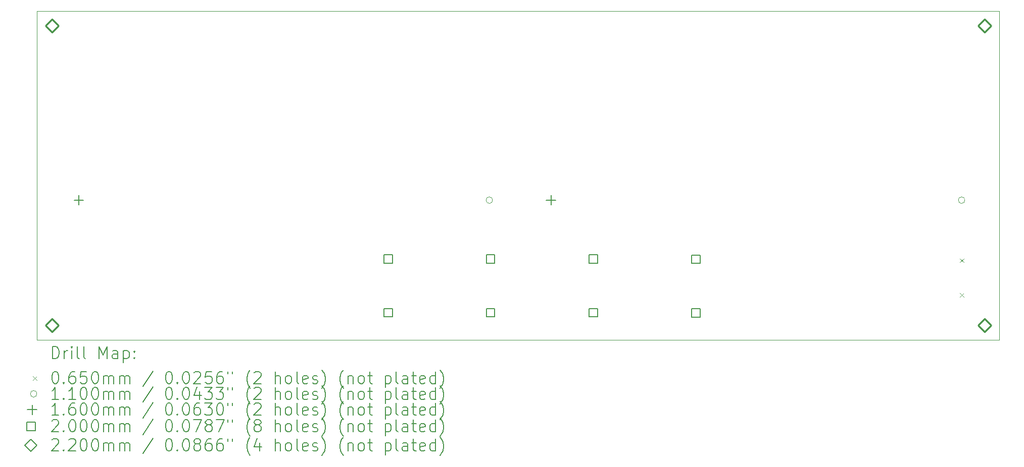
<source format=gbr>
%TF.GenerationSoftware,KiCad,Pcbnew,9.0.0*%
%TF.CreationDate,2025-09-20T16:19:00+02:00*%
%TF.ProjectId,ecap5-bcarrier-xlite,65636170-352d-4626-9361-72726965722d,rev?*%
%TF.SameCoordinates,Original*%
%TF.FileFunction,Drillmap*%
%TF.FilePolarity,Positive*%
%FSLAX45Y45*%
G04 Gerber Fmt 4.5, Leading zero omitted, Abs format (unit mm)*
G04 Created by KiCad (PCBNEW 9.0.0) date 2025-09-20 16:19:00*
%MOMM*%
%LPD*%
G01*
G04 APERTURE LIST*
%ADD10C,0.050000*%
%ADD11C,0.200000*%
%ADD12C,0.100000*%
%ADD13C,0.110000*%
%ADD14C,0.160000*%
%ADD15C,0.220000*%
G04 APERTURE END LIST*
D10*
X7501000Y-6989000D02*
X23631000Y-6989000D01*
X23631000Y-12509000D01*
X7501000Y-12509000D01*
X7501000Y-6989000D01*
D11*
D12*
X22970500Y-11145000D02*
X23035500Y-11210000D01*
X23035500Y-11145000D02*
X22970500Y-11210000D01*
X22970500Y-11723000D02*
X23035500Y-11788000D01*
X23035500Y-11723000D02*
X22970500Y-11788000D01*
D13*
X15136000Y-10164000D02*
G75*
G02*
X15026000Y-10164000I-55000J0D01*
G01*
X15026000Y-10164000D02*
G75*
G02*
X15136000Y-10164000I55000J0D01*
G01*
X23051000Y-10164000D02*
G75*
G02*
X22941000Y-10164000I-55000J0D01*
G01*
X22941000Y-10164000D02*
G75*
G02*
X23051000Y-10164000I55000J0D01*
G01*
D14*
X8201000Y-10084000D02*
X8201000Y-10244000D01*
X8121000Y-10164000D02*
X8281000Y-10164000D01*
X16116000Y-10084000D02*
X16116000Y-10244000D01*
X16036000Y-10164000D02*
X16196000Y-10164000D01*
D11*
X13454211Y-11224711D02*
X13454211Y-11083289D01*
X13312789Y-11083289D01*
X13312789Y-11224711D01*
X13454211Y-11224711D01*
X13454211Y-12124711D02*
X13454211Y-11983289D01*
X13312789Y-11983289D01*
X13312789Y-12124711D01*
X13454211Y-12124711D01*
X15171711Y-11224711D02*
X15171711Y-11083289D01*
X15030289Y-11083289D01*
X15030289Y-11224711D01*
X15171711Y-11224711D01*
X15171711Y-12124711D02*
X15171711Y-11983289D01*
X15030289Y-11983289D01*
X15030289Y-12124711D01*
X15171711Y-12124711D01*
X16894211Y-11224711D02*
X16894211Y-11083289D01*
X16752789Y-11083289D01*
X16752789Y-11224711D01*
X16894211Y-11224711D01*
X16894211Y-12124711D02*
X16894211Y-11983289D01*
X16752789Y-11983289D01*
X16752789Y-12124711D01*
X16894211Y-12124711D01*
X18611711Y-11227211D02*
X18611711Y-11085789D01*
X18470289Y-11085789D01*
X18470289Y-11227211D01*
X18611711Y-11227211D01*
X18611711Y-12127211D02*
X18611711Y-11985789D01*
X18470289Y-11985789D01*
X18470289Y-12127211D01*
X18611711Y-12127211D01*
D15*
X7748500Y-12371500D02*
X7858500Y-12261500D01*
X7748500Y-12151500D01*
X7638500Y-12261500D01*
X7748500Y-12371500D01*
X7751000Y-7349000D02*
X7861000Y-7239000D01*
X7751000Y-7129000D01*
X7641000Y-7239000D01*
X7751000Y-7349000D01*
X23383500Y-7346500D02*
X23493500Y-7236500D01*
X23383500Y-7126500D01*
X23273500Y-7236500D01*
X23383500Y-7346500D01*
X23383500Y-12371500D02*
X23493500Y-12261500D01*
X23383500Y-12151500D01*
X23273500Y-12261500D01*
X23383500Y-12371500D01*
D11*
X7759277Y-12822984D02*
X7759277Y-12622984D01*
X7759277Y-12622984D02*
X7806896Y-12622984D01*
X7806896Y-12622984D02*
X7835467Y-12632508D01*
X7835467Y-12632508D02*
X7854515Y-12651555D01*
X7854515Y-12651555D02*
X7864039Y-12670603D01*
X7864039Y-12670603D02*
X7873562Y-12708698D01*
X7873562Y-12708698D02*
X7873562Y-12737269D01*
X7873562Y-12737269D02*
X7864039Y-12775365D01*
X7864039Y-12775365D02*
X7854515Y-12794412D01*
X7854515Y-12794412D02*
X7835467Y-12813460D01*
X7835467Y-12813460D02*
X7806896Y-12822984D01*
X7806896Y-12822984D02*
X7759277Y-12822984D01*
X7959277Y-12822984D02*
X7959277Y-12689650D01*
X7959277Y-12727746D02*
X7968801Y-12708698D01*
X7968801Y-12708698D02*
X7978324Y-12699174D01*
X7978324Y-12699174D02*
X7997372Y-12689650D01*
X7997372Y-12689650D02*
X8016420Y-12689650D01*
X8083086Y-12822984D02*
X8083086Y-12689650D01*
X8083086Y-12622984D02*
X8073562Y-12632508D01*
X8073562Y-12632508D02*
X8083086Y-12642031D01*
X8083086Y-12642031D02*
X8092610Y-12632508D01*
X8092610Y-12632508D02*
X8083086Y-12622984D01*
X8083086Y-12622984D02*
X8083086Y-12642031D01*
X8206896Y-12822984D02*
X8187848Y-12813460D01*
X8187848Y-12813460D02*
X8178324Y-12794412D01*
X8178324Y-12794412D02*
X8178324Y-12622984D01*
X8311658Y-12822984D02*
X8292610Y-12813460D01*
X8292610Y-12813460D02*
X8283086Y-12794412D01*
X8283086Y-12794412D02*
X8283086Y-12622984D01*
X8540229Y-12822984D02*
X8540229Y-12622984D01*
X8540229Y-12622984D02*
X8606896Y-12765841D01*
X8606896Y-12765841D02*
X8673563Y-12622984D01*
X8673563Y-12622984D02*
X8673563Y-12822984D01*
X8854515Y-12822984D02*
X8854515Y-12718222D01*
X8854515Y-12718222D02*
X8844991Y-12699174D01*
X8844991Y-12699174D02*
X8825944Y-12689650D01*
X8825944Y-12689650D02*
X8787848Y-12689650D01*
X8787848Y-12689650D02*
X8768801Y-12699174D01*
X8854515Y-12813460D02*
X8835467Y-12822984D01*
X8835467Y-12822984D02*
X8787848Y-12822984D01*
X8787848Y-12822984D02*
X8768801Y-12813460D01*
X8768801Y-12813460D02*
X8759277Y-12794412D01*
X8759277Y-12794412D02*
X8759277Y-12775365D01*
X8759277Y-12775365D02*
X8768801Y-12756317D01*
X8768801Y-12756317D02*
X8787848Y-12746793D01*
X8787848Y-12746793D02*
X8835467Y-12746793D01*
X8835467Y-12746793D02*
X8854515Y-12737269D01*
X8949753Y-12689650D02*
X8949753Y-12889650D01*
X8949753Y-12699174D02*
X8968801Y-12689650D01*
X8968801Y-12689650D02*
X9006896Y-12689650D01*
X9006896Y-12689650D02*
X9025944Y-12699174D01*
X9025944Y-12699174D02*
X9035467Y-12708698D01*
X9035467Y-12708698D02*
X9044991Y-12727746D01*
X9044991Y-12727746D02*
X9044991Y-12784888D01*
X9044991Y-12784888D02*
X9035467Y-12803936D01*
X9035467Y-12803936D02*
X9025944Y-12813460D01*
X9025944Y-12813460D02*
X9006896Y-12822984D01*
X9006896Y-12822984D02*
X8968801Y-12822984D01*
X8968801Y-12822984D02*
X8949753Y-12813460D01*
X9130705Y-12803936D02*
X9140229Y-12813460D01*
X9140229Y-12813460D02*
X9130705Y-12822984D01*
X9130705Y-12822984D02*
X9121182Y-12813460D01*
X9121182Y-12813460D02*
X9130705Y-12803936D01*
X9130705Y-12803936D02*
X9130705Y-12822984D01*
X9130705Y-12699174D02*
X9140229Y-12708698D01*
X9140229Y-12708698D02*
X9130705Y-12718222D01*
X9130705Y-12718222D02*
X9121182Y-12708698D01*
X9121182Y-12708698D02*
X9130705Y-12699174D01*
X9130705Y-12699174D02*
X9130705Y-12718222D01*
D12*
X7433500Y-13119000D02*
X7498500Y-13184000D01*
X7498500Y-13119000D02*
X7433500Y-13184000D01*
D11*
X7797372Y-13042984D02*
X7816420Y-13042984D01*
X7816420Y-13042984D02*
X7835467Y-13052508D01*
X7835467Y-13052508D02*
X7844991Y-13062031D01*
X7844991Y-13062031D02*
X7854515Y-13081079D01*
X7854515Y-13081079D02*
X7864039Y-13119174D01*
X7864039Y-13119174D02*
X7864039Y-13166793D01*
X7864039Y-13166793D02*
X7854515Y-13204888D01*
X7854515Y-13204888D02*
X7844991Y-13223936D01*
X7844991Y-13223936D02*
X7835467Y-13233460D01*
X7835467Y-13233460D02*
X7816420Y-13242984D01*
X7816420Y-13242984D02*
X7797372Y-13242984D01*
X7797372Y-13242984D02*
X7778324Y-13233460D01*
X7778324Y-13233460D02*
X7768801Y-13223936D01*
X7768801Y-13223936D02*
X7759277Y-13204888D01*
X7759277Y-13204888D02*
X7749753Y-13166793D01*
X7749753Y-13166793D02*
X7749753Y-13119174D01*
X7749753Y-13119174D02*
X7759277Y-13081079D01*
X7759277Y-13081079D02*
X7768801Y-13062031D01*
X7768801Y-13062031D02*
X7778324Y-13052508D01*
X7778324Y-13052508D02*
X7797372Y-13042984D01*
X7949753Y-13223936D02*
X7959277Y-13233460D01*
X7959277Y-13233460D02*
X7949753Y-13242984D01*
X7949753Y-13242984D02*
X7940229Y-13233460D01*
X7940229Y-13233460D02*
X7949753Y-13223936D01*
X7949753Y-13223936D02*
X7949753Y-13242984D01*
X8130705Y-13042984D02*
X8092610Y-13042984D01*
X8092610Y-13042984D02*
X8073562Y-13052508D01*
X8073562Y-13052508D02*
X8064039Y-13062031D01*
X8064039Y-13062031D02*
X8044991Y-13090603D01*
X8044991Y-13090603D02*
X8035467Y-13128698D01*
X8035467Y-13128698D02*
X8035467Y-13204888D01*
X8035467Y-13204888D02*
X8044991Y-13223936D01*
X8044991Y-13223936D02*
X8054515Y-13233460D01*
X8054515Y-13233460D02*
X8073562Y-13242984D01*
X8073562Y-13242984D02*
X8111658Y-13242984D01*
X8111658Y-13242984D02*
X8130705Y-13233460D01*
X8130705Y-13233460D02*
X8140229Y-13223936D01*
X8140229Y-13223936D02*
X8149753Y-13204888D01*
X8149753Y-13204888D02*
X8149753Y-13157269D01*
X8149753Y-13157269D02*
X8140229Y-13138222D01*
X8140229Y-13138222D02*
X8130705Y-13128698D01*
X8130705Y-13128698D02*
X8111658Y-13119174D01*
X8111658Y-13119174D02*
X8073562Y-13119174D01*
X8073562Y-13119174D02*
X8054515Y-13128698D01*
X8054515Y-13128698D02*
X8044991Y-13138222D01*
X8044991Y-13138222D02*
X8035467Y-13157269D01*
X8330705Y-13042984D02*
X8235467Y-13042984D01*
X8235467Y-13042984D02*
X8225943Y-13138222D01*
X8225943Y-13138222D02*
X8235467Y-13128698D01*
X8235467Y-13128698D02*
X8254515Y-13119174D01*
X8254515Y-13119174D02*
X8302134Y-13119174D01*
X8302134Y-13119174D02*
X8321182Y-13128698D01*
X8321182Y-13128698D02*
X8330705Y-13138222D01*
X8330705Y-13138222D02*
X8340229Y-13157269D01*
X8340229Y-13157269D02*
X8340229Y-13204888D01*
X8340229Y-13204888D02*
X8330705Y-13223936D01*
X8330705Y-13223936D02*
X8321182Y-13233460D01*
X8321182Y-13233460D02*
X8302134Y-13242984D01*
X8302134Y-13242984D02*
X8254515Y-13242984D01*
X8254515Y-13242984D02*
X8235467Y-13233460D01*
X8235467Y-13233460D02*
X8225943Y-13223936D01*
X8464039Y-13042984D02*
X8483086Y-13042984D01*
X8483086Y-13042984D02*
X8502134Y-13052508D01*
X8502134Y-13052508D02*
X8511658Y-13062031D01*
X8511658Y-13062031D02*
X8521182Y-13081079D01*
X8521182Y-13081079D02*
X8530705Y-13119174D01*
X8530705Y-13119174D02*
X8530705Y-13166793D01*
X8530705Y-13166793D02*
X8521182Y-13204888D01*
X8521182Y-13204888D02*
X8511658Y-13223936D01*
X8511658Y-13223936D02*
X8502134Y-13233460D01*
X8502134Y-13233460D02*
X8483086Y-13242984D01*
X8483086Y-13242984D02*
X8464039Y-13242984D01*
X8464039Y-13242984D02*
X8444991Y-13233460D01*
X8444991Y-13233460D02*
X8435467Y-13223936D01*
X8435467Y-13223936D02*
X8425944Y-13204888D01*
X8425944Y-13204888D02*
X8416420Y-13166793D01*
X8416420Y-13166793D02*
X8416420Y-13119174D01*
X8416420Y-13119174D02*
X8425944Y-13081079D01*
X8425944Y-13081079D02*
X8435467Y-13062031D01*
X8435467Y-13062031D02*
X8444991Y-13052508D01*
X8444991Y-13052508D02*
X8464039Y-13042984D01*
X8616420Y-13242984D02*
X8616420Y-13109650D01*
X8616420Y-13128698D02*
X8625944Y-13119174D01*
X8625944Y-13119174D02*
X8644991Y-13109650D01*
X8644991Y-13109650D02*
X8673563Y-13109650D01*
X8673563Y-13109650D02*
X8692610Y-13119174D01*
X8692610Y-13119174D02*
X8702134Y-13138222D01*
X8702134Y-13138222D02*
X8702134Y-13242984D01*
X8702134Y-13138222D02*
X8711658Y-13119174D01*
X8711658Y-13119174D02*
X8730705Y-13109650D01*
X8730705Y-13109650D02*
X8759277Y-13109650D01*
X8759277Y-13109650D02*
X8778325Y-13119174D01*
X8778325Y-13119174D02*
X8787848Y-13138222D01*
X8787848Y-13138222D02*
X8787848Y-13242984D01*
X8883086Y-13242984D02*
X8883086Y-13109650D01*
X8883086Y-13128698D02*
X8892610Y-13119174D01*
X8892610Y-13119174D02*
X8911658Y-13109650D01*
X8911658Y-13109650D02*
X8940229Y-13109650D01*
X8940229Y-13109650D02*
X8959277Y-13119174D01*
X8959277Y-13119174D02*
X8968801Y-13138222D01*
X8968801Y-13138222D02*
X8968801Y-13242984D01*
X8968801Y-13138222D02*
X8978325Y-13119174D01*
X8978325Y-13119174D02*
X8997372Y-13109650D01*
X8997372Y-13109650D02*
X9025944Y-13109650D01*
X9025944Y-13109650D02*
X9044991Y-13119174D01*
X9044991Y-13119174D02*
X9054515Y-13138222D01*
X9054515Y-13138222D02*
X9054515Y-13242984D01*
X9444991Y-13033460D02*
X9273563Y-13290603D01*
X9702134Y-13042984D02*
X9721182Y-13042984D01*
X9721182Y-13042984D02*
X9740229Y-13052508D01*
X9740229Y-13052508D02*
X9749753Y-13062031D01*
X9749753Y-13062031D02*
X9759277Y-13081079D01*
X9759277Y-13081079D02*
X9768801Y-13119174D01*
X9768801Y-13119174D02*
X9768801Y-13166793D01*
X9768801Y-13166793D02*
X9759277Y-13204888D01*
X9759277Y-13204888D02*
X9749753Y-13223936D01*
X9749753Y-13223936D02*
X9740229Y-13233460D01*
X9740229Y-13233460D02*
X9721182Y-13242984D01*
X9721182Y-13242984D02*
X9702134Y-13242984D01*
X9702134Y-13242984D02*
X9683087Y-13233460D01*
X9683087Y-13233460D02*
X9673563Y-13223936D01*
X9673563Y-13223936D02*
X9664039Y-13204888D01*
X9664039Y-13204888D02*
X9654515Y-13166793D01*
X9654515Y-13166793D02*
X9654515Y-13119174D01*
X9654515Y-13119174D02*
X9664039Y-13081079D01*
X9664039Y-13081079D02*
X9673563Y-13062031D01*
X9673563Y-13062031D02*
X9683087Y-13052508D01*
X9683087Y-13052508D02*
X9702134Y-13042984D01*
X9854515Y-13223936D02*
X9864039Y-13233460D01*
X9864039Y-13233460D02*
X9854515Y-13242984D01*
X9854515Y-13242984D02*
X9844991Y-13233460D01*
X9844991Y-13233460D02*
X9854515Y-13223936D01*
X9854515Y-13223936D02*
X9854515Y-13242984D01*
X9987848Y-13042984D02*
X10006896Y-13042984D01*
X10006896Y-13042984D02*
X10025944Y-13052508D01*
X10025944Y-13052508D02*
X10035468Y-13062031D01*
X10035468Y-13062031D02*
X10044991Y-13081079D01*
X10044991Y-13081079D02*
X10054515Y-13119174D01*
X10054515Y-13119174D02*
X10054515Y-13166793D01*
X10054515Y-13166793D02*
X10044991Y-13204888D01*
X10044991Y-13204888D02*
X10035468Y-13223936D01*
X10035468Y-13223936D02*
X10025944Y-13233460D01*
X10025944Y-13233460D02*
X10006896Y-13242984D01*
X10006896Y-13242984D02*
X9987848Y-13242984D01*
X9987848Y-13242984D02*
X9968801Y-13233460D01*
X9968801Y-13233460D02*
X9959277Y-13223936D01*
X9959277Y-13223936D02*
X9949753Y-13204888D01*
X9949753Y-13204888D02*
X9940229Y-13166793D01*
X9940229Y-13166793D02*
X9940229Y-13119174D01*
X9940229Y-13119174D02*
X9949753Y-13081079D01*
X9949753Y-13081079D02*
X9959277Y-13062031D01*
X9959277Y-13062031D02*
X9968801Y-13052508D01*
X9968801Y-13052508D02*
X9987848Y-13042984D01*
X10130706Y-13062031D02*
X10140229Y-13052508D01*
X10140229Y-13052508D02*
X10159277Y-13042984D01*
X10159277Y-13042984D02*
X10206896Y-13042984D01*
X10206896Y-13042984D02*
X10225944Y-13052508D01*
X10225944Y-13052508D02*
X10235468Y-13062031D01*
X10235468Y-13062031D02*
X10244991Y-13081079D01*
X10244991Y-13081079D02*
X10244991Y-13100127D01*
X10244991Y-13100127D02*
X10235468Y-13128698D01*
X10235468Y-13128698D02*
X10121182Y-13242984D01*
X10121182Y-13242984D02*
X10244991Y-13242984D01*
X10425944Y-13042984D02*
X10330706Y-13042984D01*
X10330706Y-13042984D02*
X10321182Y-13138222D01*
X10321182Y-13138222D02*
X10330706Y-13128698D01*
X10330706Y-13128698D02*
X10349753Y-13119174D01*
X10349753Y-13119174D02*
X10397372Y-13119174D01*
X10397372Y-13119174D02*
X10416420Y-13128698D01*
X10416420Y-13128698D02*
X10425944Y-13138222D01*
X10425944Y-13138222D02*
X10435468Y-13157269D01*
X10435468Y-13157269D02*
X10435468Y-13204888D01*
X10435468Y-13204888D02*
X10425944Y-13223936D01*
X10425944Y-13223936D02*
X10416420Y-13233460D01*
X10416420Y-13233460D02*
X10397372Y-13242984D01*
X10397372Y-13242984D02*
X10349753Y-13242984D01*
X10349753Y-13242984D02*
X10330706Y-13233460D01*
X10330706Y-13233460D02*
X10321182Y-13223936D01*
X10606896Y-13042984D02*
X10568801Y-13042984D01*
X10568801Y-13042984D02*
X10549753Y-13052508D01*
X10549753Y-13052508D02*
X10540229Y-13062031D01*
X10540229Y-13062031D02*
X10521182Y-13090603D01*
X10521182Y-13090603D02*
X10511658Y-13128698D01*
X10511658Y-13128698D02*
X10511658Y-13204888D01*
X10511658Y-13204888D02*
X10521182Y-13223936D01*
X10521182Y-13223936D02*
X10530706Y-13233460D01*
X10530706Y-13233460D02*
X10549753Y-13242984D01*
X10549753Y-13242984D02*
X10587849Y-13242984D01*
X10587849Y-13242984D02*
X10606896Y-13233460D01*
X10606896Y-13233460D02*
X10616420Y-13223936D01*
X10616420Y-13223936D02*
X10625944Y-13204888D01*
X10625944Y-13204888D02*
X10625944Y-13157269D01*
X10625944Y-13157269D02*
X10616420Y-13138222D01*
X10616420Y-13138222D02*
X10606896Y-13128698D01*
X10606896Y-13128698D02*
X10587849Y-13119174D01*
X10587849Y-13119174D02*
X10549753Y-13119174D01*
X10549753Y-13119174D02*
X10530706Y-13128698D01*
X10530706Y-13128698D02*
X10521182Y-13138222D01*
X10521182Y-13138222D02*
X10511658Y-13157269D01*
X10702134Y-13042984D02*
X10702134Y-13081079D01*
X10778325Y-13042984D02*
X10778325Y-13081079D01*
X11073563Y-13319174D02*
X11064039Y-13309650D01*
X11064039Y-13309650D02*
X11044991Y-13281079D01*
X11044991Y-13281079D02*
X11035468Y-13262031D01*
X11035468Y-13262031D02*
X11025944Y-13233460D01*
X11025944Y-13233460D02*
X11016420Y-13185841D01*
X11016420Y-13185841D02*
X11016420Y-13147746D01*
X11016420Y-13147746D02*
X11025944Y-13100127D01*
X11025944Y-13100127D02*
X11035468Y-13071555D01*
X11035468Y-13071555D02*
X11044991Y-13052508D01*
X11044991Y-13052508D02*
X11064039Y-13023936D01*
X11064039Y-13023936D02*
X11073563Y-13014412D01*
X11140230Y-13062031D02*
X11149753Y-13052508D01*
X11149753Y-13052508D02*
X11168801Y-13042984D01*
X11168801Y-13042984D02*
X11216420Y-13042984D01*
X11216420Y-13042984D02*
X11235468Y-13052508D01*
X11235468Y-13052508D02*
X11244991Y-13062031D01*
X11244991Y-13062031D02*
X11254515Y-13081079D01*
X11254515Y-13081079D02*
X11254515Y-13100127D01*
X11254515Y-13100127D02*
X11244991Y-13128698D01*
X11244991Y-13128698D02*
X11130706Y-13242984D01*
X11130706Y-13242984D02*
X11254515Y-13242984D01*
X11492610Y-13242984D02*
X11492610Y-13042984D01*
X11578325Y-13242984D02*
X11578325Y-13138222D01*
X11578325Y-13138222D02*
X11568801Y-13119174D01*
X11568801Y-13119174D02*
X11549753Y-13109650D01*
X11549753Y-13109650D02*
X11521182Y-13109650D01*
X11521182Y-13109650D02*
X11502134Y-13119174D01*
X11502134Y-13119174D02*
X11492610Y-13128698D01*
X11702134Y-13242984D02*
X11683087Y-13233460D01*
X11683087Y-13233460D02*
X11673563Y-13223936D01*
X11673563Y-13223936D02*
X11664039Y-13204888D01*
X11664039Y-13204888D02*
X11664039Y-13147746D01*
X11664039Y-13147746D02*
X11673563Y-13128698D01*
X11673563Y-13128698D02*
X11683087Y-13119174D01*
X11683087Y-13119174D02*
X11702134Y-13109650D01*
X11702134Y-13109650D02*
X11730706Y-13109650D01*
X11730706Y-13109650D02*
X11749753Y-13119174D01*
X11749753Y-13119174D02*
X11759277Y-13128698D01*
X11759277Y-13128698D02*
X11768801Y-13147746D01*
X11768801Y-13147746D02*
X11768801Y-13204888D01*
X11768801Y-13204888D02*
X11759277Y-13223936D01*
X11759277Y-13223936D02*
X11749753Y-13233460D01*
X11749753Y-13233460D02*
X11730706Y-13242984D01*
X11730706Y-13242984D02*
X11702134Y-13242984D01*
X11883087Y-13242984D02*
X11864039Y-13233460D01*
X11864039Y-13233460D02*
X11854515Y-13214412D01*
X11854515Y-13214412D02*
X11854515Y-13042984D01*
X12035468Y-13233460D02*
X12016420Y-13242984D01*
X12016420Y-13242984D02*
X11978325Y-13242984D01*
X11978325Y-13242984D02*
X11959277Y-13233460D01*
X11959277Y-13233460D02*
X11949753Y-13214412D01*
X11949753Y-13214412D02*
X11949753Y-13138222D01*
X11949753Y-13138222D02*
X11959277Y-13119174D01*
X11959277Y-13119174D02*
X11978325Y-13109650D01*
X11978325Y-13109650D02*
X12016420Y-13109650D01*
X12016420Y-13109650D02*
X12035468Y-13119174D01*
X12035468Y-13119174D02*
X12044991Y-13138222D01*
X12044991Y-13138222D02*
X12044991Y-13157269D01*
X12044991Y-13157269D02*
X11949753Y-13176317D01*
X12121182Y-13233460D02*
X12140230Y-13242984D01*
X12140230Y-13242984D02*
X12178325Y-13242984D01*
X12178325Y-13242984D02*
X12197372Y-13233460D01*
X12197372Y-13233460D02*
X12206896Y-13214412D01*
X12206896Y-13214412D02*
X12206896Y-13204888D01*
X12206896Y-13204888D02*
X12197372Y-13185841D01*
X12197372Y-13185841D02*
X12178325Y-13176317D01*
X12178325Y-13176317D02*
X12149753Y-13176317D01*
X12149753Y-13176317D02*
X12130706Y-13166793D01*
X12130706Y-13166793D02*
X12121182Y-13147746D01*
X12121182Y-13147746D02*
X12121182Y-13138222D01*
X12121182Y-13138222D02*
X12130706Y-13119174D01*
X12130706Y-13119174D02*
X12149753Y-13109650D01*
X12149753Y-13109650D02*
X12178325Y-13109650D01*
X12178325Y-13109650D02*
X12197372Y-13119174D01*
X12273563Y-13319174D02*
X12283087Y-13309650D01*
X12283087Y-13309650D02*
X12302134Y-13281079D01*
X12302134Y-13281079D02*
X12311658Y-13262031D01*
X12311658Y-13262031D02*
X12321182Y-13233460D01*
X12321182Y-13233460D02*
X12330706Y-13185841D01*
X12330706Y-13185841D02*
X12330706Y-13147746D01*
X12330706Y-13147746D02*
X12321182Y-13100127D01*
X12321182Y-13100127D02*
X12311658Y-13071555D01*
X12311658Y-13071555D02*
X12302134Y-13052508D01*
X12302134Y-13052508D02*
X12283087Y-13023936D01*
X12283087Y-13023936D02*
X12273563Y-13014412D01*
X12635468Y-13319174D02*
X12625944Y-13309650D01*
X12625944Y-13309650D02*
X12606896Y-13281079D01*
X12606896Y-13281079D02*
X12597372Y-13262031D01*
X12597372Y-13262031D02*
X12587849Y-13233460D01*
X12587849Y-13233460D02*
X12578325Y-13185841D01*
X12578325Y-13185841D02*
X12578325Y-13147746D01*
X12578325Y-13147746D02*
X12587849Y-13100127D01*
X12587849Y-13100127D02*
X12597372Y-13071555D01*
X12597372Y-13071555D02*
X12606896Y-13052508D01*
X12606896Y-13052508D02*
X12625944Y-13023936D01*
X12625944Y-13023936D02*
X12635468Y-13014412D01*
X12711658Y-13109650D02*
X12711658Y-13242984D01*
X12711658Y-13128698D02*
X12721182Y-13119174D01*
X12721182Y-13119174D02*
X12740230Y-13109650D01*
X12740230Y-13109650D02*
X12768801Y-13109650D01*
X12768801Y-13109650D02*
X12787849Y-13119174D01*
X12787849Y-13119174D02*
X12797372Y-13138222D01*
X12797372Y-13138222D02*
X12797372Y-13242984D01*
X12921182Y-13242984D02*
X12902134Y-13233460D01*
X12902134Y-13233460D02*
X12892611Y-13223936D01*
X12892611Y-13223936D02*
X12883087Y-13204888D01*
X12883087Y-13204888D02*
X12883087Y-13147746D01*
X12883087Y-13147746D02*
X12892611Y-13128698D01*
X12892611Y-13128698D02*
X12902134Y-13119174D01*
X12902134Y-13119174D02*
X12921182Y-13109650D01*
X12921182Y-13109650D02*
X12949753Y-13109650D01*
X12949753Y-13109650D02*
X12968801Y-13119174D01*
X12968801Y-13119174D02*
X12978325Y-13128698D01*
X12978325Y-13128698D02*
X12987849Y-13147746D01*
X12987849Y-13147746D02*
X12987849Y-13204888D01*
X12987849Y-13204888D02*
X12978325Y-13223936D01*
X12978325Y-13223936D02*
X12968801Y-13233460D01*
X12968801Y-13233460D02*
X12949753Y-13242984D01*
X12949753Y-13242984D02*
X12921182Y-13242984D01*
X13044992Y-13109650D02*
X13121182Y-13109650D01*
X13073563Y-13042984D02*
X13073563Y-13214412D01*
X13073563Y-13214412D02*
X13083087Y-13233460D01*
X13083087Y-13233460D02*
X13102134Y-13242984D01*
X13102134Y-13242984D02*
X13121182Y-13242984D01*
X13340230Y-13109650D02*
X13340230Y-13309650D01*
X13340230Y-13119174D02*
X13359277Y-13109650D01*
X13359277Y-13109650D02*
X13397373Y-13109650D01*
X13397373Y-13109650D02*
X13416420Y-13119174D01*
X13416420Y-13119174D02*
X13425944Y-13128698D01*
X13425944Y-13128698D02*
X13435468Y-13147746D01*
X13435468Y-13147746D02*
X13435468Y-13204888D01*
X13435468Y-13204888D02*
X13425944Y-13223936D01*
X13425944Y-13223936D02*
X13416420Y-13233460D01*
X13416420Y-13233460D02*
X13397373Y-13242984D01*
X13397373Y-13242984D02*
X13359277Y-13242984D01*
X13359277Y-13242984D02*
X13340230Y-13233460D01*
X13549753Y-13242984D02*
X13530706Y-13233460D01*
X13530706Y-13233460D02*
X13521182Y-13214412D01*
X13521182Y-13214412D02*
X13521182Y-13042984D01*
X13711658Y-13242984D02*
X13711658Y-13138222D01*
X13711658Y-13138222D02*
X13702134Y-13119174D01*
X13702134Y-13119174D02*
X13683087Y-13109650D01*
X13683087Y-13109650D02*
X13644992Y-13109650D01*
X13644992Y-13109650D02*
X13625944Y-13119174D01*
X13711658Y-13233460D02*
X13692611Y-13242984D01*
X13692611Y-13242984D02*
X13644992Y-13242984D01*
X13644992Y-13242984D02*
X13625944Y-13233460D01*
X13625944Y-13233460D02*
X13616420Y-13214412D01*
X13616420Y-13214412D02*
X13616420Y-13195365D01*
X13616420Y-13195365D02*
X13625944Y-13176317D01*
X13625944Y-13176317D02*
X13644992Y-13166793D01*
X13644992Y-13166793D02*
X13692611Y-13166793D01*
X13692611Y-13166793D02*
X13711658Y-13157269D01*
X13778325Y-13109650D02*
X13854515Y-13109650D01*
X13806896Y-13042984D02*
X13806896Y-13214412D01*
X13806896Y-13214412D02*
X13816420Y-13233460D01*
X13816420Y-13233460D02*
X13835468Y-13242984D01*
X13835468Y-13242984D02*
X13854515Y-13242984D01*
X13997373Y-13233460D02*
X13978325Y-13242984D01*
X13978325Y-13242984D02*
X13940230Y-13242984D01*
X13940230Y-13242984D02*
X13921182Y-13233460D01*
X13921182Y-13233460D02*
X13911658Y-13214412D01*
X13911658Y-13214412D02*
X13911658Y-13138222D01*
X13911658Y-13138222D02*
X13921182Y-13119174D01*
X13921182Y-13119174D02*
X13940230Y-13109650D01*
X13940230Y-13109650D02*
X13978325Y-13109650D01*
X13978325Y-13109650D02*
X13997373Y-13119174D01*
X13997373Y-13119174D02*
X14006896Y-13138222D01*
X14006896Y-13138222D02*
X14006896Y-13157269D01*
X14006896Y-13157269D02*
X13911658Y-13176317D01*
X14178325Y-13242984D02*
X14178325Y-13042984D01*
X14178325Y-13233460D02*
X14159277Y-13242984D01*
X14159277Y-13242984D02*
X14121182Y-13242984D01*
X14121182Y-13242984D02*
X14102134Y-13233460D01*
X14102134Y-13233460D02*
X14092611Y-13223936D01*
X14092611Y-13223936D02*
X14083087Y-13204888D01*
X14083087Y-13204888D02*
X14083087Y-13147746D01*
X14083087Y-13147746D02*
X14092611Y-13128698D01*
X14092611Y-13128698D02*
X14102134Y-13119174D01*
X14102134Y-13119174D02*
X14121182Y-13109650D01*
X14121182Y-13109650D02*
X14159277Y-13109650D01*
X14159277Y-13109650D02*
X14178325Y-13119174D01*
X14254515Y-13319174D02*
X14264039Y-13309650D01*
X14264039Y-13309650D02*
X14283087Y-13281079D01*
X14283087Y-13281079D02*
X14292611Y-13262031D01*
X14292611Y-13262031D02*
X14302134Y-13233460D01*
X14302134Y-13233460D02*
X14311658Y-13185841D01*
X14311658Y-13185841D02*
X14311658Y-13147746D01*
X14311658Y-13147746D02*
X14302134Y-13100127D01*
X14302134Y-13100127D02*
X14292611Y-13071555D01*
X14292611Y-13071555D02*
X14283087Y-13052508D01*
X14283087Y-13052508D02*
X14264039Y-13023936D01*
X14264039Y-13023936D02*
X14254515Y-13014412D01*
D13*
X7498500Y-13415500D02*
G75*
G02*
X7388500Y-13415500I-55000J0D01*
G01*
X7388500Y-13415500D02*
G75*
G02*
X7498500Y-13415500I55000J0D01*
G01*
D11*
X7864039Y-13506984D02*
X7749753Y-13506984D01*
X7806896Y-13506984D02*
X7806896Y-13306984D01*
X7806896Y-13306984D02*
X7787848Y-13335555D01*
X7787848Y-13335555D02*
X7768801Y-13354603D01*
X7768801Y-13354603D02*
X7749753Y-13364127D01*
X7949753Y-13487936D02*
X7959277Y-13497460D01*
X7959277Y-13497460D02*
X7949753Y-13506984D01*
X7949753Y-13506984D02*
X7940229Y-13497460D01*
X7940229Y-13497460D02*
X7949753Y-13487936D01*
X7949753Y-13487936D02*
X7949753Y-13506984D01*
X8149753Y-13506984D02*
X8035467Y-13506984D01*
X8092610Y-13506984D02*
X8092610Y-13306984D01*
X8092610Y-13306984D02*
X8073562Y-13335555D01*
X8073562Y-13335555D02*
X8054515Y-13354603D01*
X8054515Y-13354603D02*
X8035467Y-13364127D01*
X8273562Y-13306984D02*
X8292610Y-13306984D01*
X8292610Y-13306984D02*
X8311658Y-13316508D01*
X8311658Y-13316508D02*
X8321182Y-13326031D01*
X8321182Y-13326031D02*
X8330705Y-13345079D01*
X8330705Y-13345079D02*
X8340229Y-13383174D01*
X8340229Y-13383174D02*
X8340229Y-13430793D01*
X8340229Y-13430793D02*
X8330705Y-13468888D01*
X8330705Y-13468888D02*
X8321182Y-13487936D01*
X8321182Y-13487936D02*
X8311658Y-13497460D01*
X8311658Y-13497460D02*
X8292610Y-13506984D01*
X8292610Y-13506984D02*
X8273562Y-13506984D01*
X8273562Y-13506984D02*
X8254515Y-13497460D01*
X8254515Y-13497460D02*
X8244991Y-13487936D01*
X8244991Y-13487936D02*
X8235467Y-13468888D01*
X8235467Y-13468888D02*
X8225943Y-13430793D01*
X8225943Y-13430793D02*
X8225943Y-13383174D01*
X8225943Y-13383174D02*
X8235467Y-13345079D01*
X8235467Y-13345079D02*
X8244991Y-13326031D01*
X8244991Y-13326031D02*
X8254515Y-13316508D01*
X8254515Y-13316508D02*
X8273562Y-13306984D01*
X8464039Y-13306984D02*
X8483086Y-13306984D01*
X8483086Y-13306984D02*
X8502134Y-13316508D01*
X8502134Y-13316508D02*
X8511658Y-13326031D01*
X8511658Y-13326031D02*
X8521182Y-13345079D01*
X8521182Y-13345079D02*
X8530705Y-13383174D01*
X8530705Y-13383174D02*
X8530705Y-13430793D01*
X8530705Y-13430793D02*
X8521182Y-13468888D01*
X8521182Y-13468888D02*
X8511658Y-13487936D01*
X8511658Y-13487936D02*
X8502134Y-13497460D01*
X8502134Y-13497460D02*
X8483086Y-13506984D01*
X8483086Y-13506984D02*
X8464039Y-13506984D01*
X8464039Y-13506984D02*
X8444991Y-13497460D01*
X8444991Y-13497460D02*
X8435467Y-13487936D01*
X8435467Y-13487936D02*
X8425944Y-13468888D01*
X8425944Y-13468888D02*
X8416420Y-13430793D01*
X8416420Y-13430793D02*
X8416420Y-13383174D01*
X8416420Y-13383174D02*
X8425944Y-13345079D01*
X8425944Y-13345079D02*
X8435467Y-13326031D01*
X8435467Y-13326031D02*
X8444991Y-13316508D01*
X8444991Y-13316508D02*
X8464039Y-13306984D01*
X8616420Y-13506984D02*
X8616420Y-13373650D01*
X8616420Y-13392698D02*
X8625944Y-13383174D01*
X8625944Y-13383174D02*
X8644991Y-13373650D01*
X8644991Y-13373650D02*
X8673563Y-13373650D01*
X8673563Y-13373650D02*
X8692610Y-13383174D01*
X8692610Y-13383174D02*
X8702134Y-13402222D01*
X8702134Y-13402222D02*
X8702134Y-13506984D01*
X8702134Y-13402222D02*
X8711658Y-13383174D01*
X8711658Y-13383174D02*
X8730705Y-13373650D01*
X8730705Y-13373650D02*
X8759277Y-13373650D01*
X8759277Y-13373650D02*
X8778325Y-13383174D01*
X8778325Y-13383174D02*
X8787848Y-13402222D01*
X8787848Y-13402222D02*
X8787848Y-13506984D01*
X8883086Y-13506984D02*
X8883086Y-13373650D01*
X8883086Y-13392698D02*
X8892610Y-13383174D01*
X8892610Y-13383174D02*
X8911658Y-13373650D01*
X8911658Y-13373650D02*
X8940229Y-13373650D01*
X8940229Y-13373650D02*
X8959277Y-13383174D01*
X8959277Y-13383174D02*
X8968801Y-13402222D01*
X8968801Y-13402222D02*
X8968801Y-13506984D01*
X8968801Y-13402222D02*
X8978325Y-13383174D01*
X8978325Y-13383174D02*
X8997372Y-13373650D01*
X8997372Y-13373650D02*
X9025944Y-13373650D01*
X9025944Y-13373650D02*
X9044991Y-13383174D01*
X9044991Y-13383174D02*
X9054515Y-13402222D01*
X9054515Y-13402222D02*
X9054515Y-13506984D01*
X9444991Y-13297460D02*
X9273563Y-13554603D01*
X9702134Y-13306984D02*
X9721182Y-13306984D01*
X9721182Y-13306984D02*
X9740229Y-13316508D01*
X9740229Y-13316508D02*
X9749753Y-13326031D01*
X9749753Y-13326031D02*
X9759277Y-13345079D01*
X9759277Y-13345079D02*
X9768801Y-13383174D01*
X9768801Y-13383174D02*
X9768801Y-13430793D01*
X9768801Y-13430793D02*
X9759277Y-13468888D01*
X9759277Y-13468888D02*
X9749753Y-13487936D01*
X9749753Y-13487936D02*
X9740229Y-13497460D01*
X9740229Y-13497460D02*
X9721182Y-13506984D01*
X9721182Y-13506984D02*
X9702134Y-13506984D01*
X9702134Y-13506984D02*
X9683087Y-13497460D01*
X9683087Y-13497460D02*
X9673563Y-13487936D01*
X9673563Y-13487936D02*
X9664039Y-13468888D01*
X9664039Y-13468888D02*
X9654515Y-13430793D01*
X9654515Y-13430793D02*
X9654515Y-13383174D01*
X9654515Y-13383174D02*
X9664039Y-13345079D01*
X9664039Y-13345079D02*
X9673563Y-13326031D01*
X9673563Y-13326031D02*
X9683087Y-13316508D01*
X9683087Y-13316508D02*
X9702134Y-13306984D01*
X9854515Y-13487936D02*
X9864039Y-13497460D01*
X9864039Y-13497460D02*
X9854515Y-13506984D01*
X9854515Y-13506984D02*
X9844991Y-13497460D01*
X9844991Y-13497460D02*
X9854515Y-13487936D01*
X9854515Y-13487936D02*
X9854515Y-13506984D01*
X9987848Y-13306984D02*
X10006896Y-13306984D01*
X10006896Y-13306984D02*
X10025944Y-13316508D01*
X10025944Y-13316508D02*
X10035468Y-13326031D01*
X10035468Y-13326031D02*
X10044991Y-13345079D01*
X10044991Y-13345079D02*
X10054515Y-13383174D01*
X10054515Y-13383174D02*
X10054515Y-13430793D01*
X10054515Y-13430793D02*
X10044991Y-13468888D01*
X10044991Y-13468888D02*
X10035468Y-13487936D01*
X10035468Y-13487936D02*
X10025944Y-13497460D01*
X10025944Y-13497460D02*
X10006896Y-13506984D01*
X10006896Y-13506984D02*
X9987848Y-13506984D01*
X9987848Y-13506984D02*
X9968801Y-13497460D01*
X9968801Y-13497460D02*
X9959277Y-13487936D01*
X9959277Y-13487936D02*
X9949753Y-13468888D01*
X9949753Y-13468888D02*
X9940229Y-13430793D01*
X9940229Y-13430793D02*
X9940229Y-13383174D01*
X9940229Y-13383174D02*
X9949753Y-13345079D01*
X9949753Y-13345079D02*
X9959277Y-13326031D01*
X9959277Y-13326031D02*
X9968801Y-13316508D01*
X9968801Y-13316508D02*
X9987848Y-13306984D01*
X10225944Y-13373650D02*
X10225944Y-13506984D01*
X10178325Y-13297460D02*
X10130706Y-13440317D01*
X10130706Y-13440317D02*
X10254515Y-13440317D01*
X10311658Y-13306984D02*
X10435468Y-13306984D01*
X10435468Y-13306984D02*
X10368801Y-13383174D01*
X10368801Y-13383174D02*
X10397372Y-13383174D01*
X10397372Y-13383174D02*
X10416420Y-13392698D01*
X10416420Y-13392698D02*
X10425944Y-13402222D01*
X10425944Y-13402222D02*
X10435468Y-13421269D01*
X10435468Y-13421269D02*
X10435468Y-13468888D01*
X10435468Y-13468888D02*
X10425944Y-13487936D01*
X10425944Y-13487936D02*
X10416420Y-13497460D01*
X10416420Y-13497460D02*
X10397372Y-13506984D01*
X10397372Y-13506984D02*
X10340229Y-13506984D01*
X10340229Y-13506984D02*
X10321182Y-13497460D01*
X10321182Y-13497460D02*
X10311658Y-13487936D01*
X10502134Y-13306984D02*
X10625944Y-13306984D01*
X10625944Y-13306984D02*
X10559277Y-13383174D01*
X10559277Y-13383174D02*
X10587849Y-13383174D01*
X10587849Y-13383174D02*
X10606896Y-13392698D01*
X10606896Y-13392698D02*
X10616420Y-13402222D01*
X10616420Y-13402222D02*
X10625944Y-13421269D01*
X10625944Y-13421269D02*
X10625944Y-13468888D01*
X10625944Y-13468888D02*
X10616420Y-13487936D01*
X10616420Y-13487936D02*
X10606896Y-13497460D01*
X10606896Y-13497460D02*
X10587849Y-13506984D01*
X10587849Y-13506984D02*
X10530706Y-13506984D01*
X10530706Y-13506984D02*
X10511658Y-13497460D01*
X10511658Y-13497460D02*
X10502134Y-13487936D01*
X10702134Y-13306984D02*
X10702134Y-13345079D01*
X10778325Y-13306984D02*
X10778325Y-13345079D01*
X11073563Y-13583174D02*
X11064039Y-13573650D01*
X11064039Y-13573650D02*
X11044991Y-13545079D01*
X11044991Y-13545079D02*
X11035468Y-13526031D01*
X11035468Y-13526031D02*
X11025944Y-13497460D01*
X11025944Y-13497460D02*
X11016420Y-13449841D01*
X11016420Y-13449841D02*
X11016420Y-13411746D01*
X11016420Y-13411746D02*
X11025944Y-13364127D01*
X11025944Y-13364127D02*
X11035468Y-13335555D01*
X11035468Y-13335555D02*
X11044991Y-13316508D01*
X11044991Y-13316508D02*
X11064039Y-13287936D01*
X11064039Y-13287936D02*
X11073563Y-13278412D01*
X11140230Y-13326031D02*
X11149753Y-13316508D01*
X11149753Y-13316508D02*
X11168801Y-13306984D01*
X11168801Y-13306984D02*
X11216420Y-13306984D01*
X11216420Y-13306984D02*
X11235468Y-13316508D01*
X11235468Y-13316508D02*
X11244991Y-13326031D01*
X11244991Y-13326031D02*
X11254515Y-13345079D01*
X11254515Y-13345079D02*
X11254515Y-13364127D01*
X11254515Y-13364127D02*
X11244991Y-13392698D01*
X11244991Y-13392698D02*
X11130706Y-13506984D01*
X11130706Y-13506984D02*
X11254515Y-13506984D01*
X11492610Y-13506984D02*
X11492610Y-13306984D01*
X11578325Y-13506984D02*
X11578325Y-13402222D01*
X11578325Y-13402222D02*
X11568801Y-13383174D01*
X11568801Y-13383174D02*
X11549753Y-13373650D01*
X11549753Y-13373650D02*
X11521182Y-13373650D01*
X11521182Y-13373650D02*
X11502134Y-13383174D01*
X11502134Y-13383174D02*
X11492610Y-13392698D01*
X11702134Y-13506984D02*
X11683087Y-13497460D01*
X11683087Y-13497460D02*
X11673563Y-13487936D01*
X11673563Y-13487936D02*
X11664039Y-13468888D01*
X11664039Y-13468888D02*
X11664039Y-13411746D01*
X11664039Y-13411746D02*
X11673563Y-13392698D01*
X11673563Y-13392698D02*
X11683087Y-13383174D01*
X11683087Y-13383174D02*
X11702134Y-13373650D01*
X11702134Y-13373650D02*
X11730706Y-13373650D01*
X11730706Y-13373650D02*
X11749753Y-13383174D01*
X11749753Y-13383174D02*
X11759277Y-13392698D01*
X11759277Y-13392698D02*
X11768801Y-13411746D01*
X11768801Y-13411746D02*
X11768801Y-13468888D01*
X11768801Y-13468888D02*
X11759277Y-13487936D01*
X11759277Y-13487936D02*
X11749753Y-13497460D01*
X11749753Y-13497460D02*
X11730706Y-13506984D01*
X11730706Y-13506984D02*
X11702134Y-13506984D01*
X11883087Y-13506984D02*
X11864039Y-13497460D01*
X11864039Y-13497460D02*
X11854515Y-13478412D01*
X11854515Y-13478412D02*
X11854515Y-13306984D01*
X12035468Y-13497460D02*
X12016420Y-13506984D01*
X12016420Y-13506984D02*
X11978325Y-13506984D01*
X11978325Y-13506984D02*
X11959277Y-13497460D01*
X11959277Y-13497460D02*
X11949753Y-13478412D01*
X11949753Y-13478412D02*
X11949753Y-13402222D01*
X11949753Y-13402222D02*
X11959277Y-13383174D01*
X11959277Y-13383174D02*
X11978325Y-13373650D01*
X11978325Y-13373650D02*
X12016420Y-13373650D01*
X12016420Y-13373650D02*
X12035468Y-13383174D01*
X12035468Y-13383174D02*
X12044991Y-13402222D01*
X12044991Y-13402222D02*
X12044991Y-13421269D01*
X12044991Y-13421269D02*
X11949753Y-13440317D01*
X12121182Y-13497460D02*
X12140230Y-13506984D01*
X12140230Y-13506984D02*
X12178325Y-13506984D01*
X12178325Y-13506984D02*
X12197372Y-13497460D01*
X12197372Y-13497460D02*
X12206896Y-13478412D01*
X12206896Y-13478412D02*
X12206896Y-13468888D01*
X12206896Y-13468888D02*
X12197372Y-13449841D01*
X12197372Y-13449841D02*
X12178325Y-13440317D01*
X12178325Y-13440317D02*
X12149753Y-13440317D01*
X12149753Y-13440317D02*
X12130706Y-13430793D01*
X12130706Y-13430793D02*
X12121182Y-13411746D01*
X12121182Y-13411746D02*
X12121182Y-13402222D01*
X12121182Y-13402222D02*
X12130706Y-13383174D01*
X12130706Y-13383174D02*
X12149753Y-13373650D01*
X12149753Y-13373650D02*
X12178325Y-13373650D01*
X12178325Y-13373650D02*
X12197372Y-13383174D01*
X12273563Y-13583174D02*
X12283087Y-13573650D01*
X12283087Y-13573650D02*
X12302134Y-13545079D01*
X12302134Y-13545079D02*
X12311658Y-13526031D01*
X12311658Y-13526031D02*
X12321182Y-13497460D01*
X12321182Y-13497460D02*
X12330706Y-13449841D01*
X12330706Y-13449841D02*
X12330706Y-13411746D01*
X12330706Y-13411746D02*
X12321182Y-13364127D01*
X12321182Y-13364127D02*
X12311658Y-13335555D01*
X12311658Y-13335555D02*
X12302134Y-13316508D01*
X12302134Y-13316508D02*
X12283087Y-13287936D01*
X12283087Y-13287936D02*
X12273563Y-13278412D01*
X12635468Y-13583174D02*
X12625944Y-13573650D01*
X12625944Y-13573650D02*
X12606896Y-13545079D01*
X12606896Y-13545079D02*
X12597372Y-13526031D01*
X12597372Y-13526031D02*
X12587849Y-13497460D01*
X12587849Y-13497460D02*
X12578325Y-13449841D01*
X12578325Y-13449841D02*
X12578325Y-13411746D01*
X12578325Y-13411746D02*
X12587849Y-13364127D01*
X12587849Y-13364127D02*
X12597372Y-13335555D01*
X12597372Y-13335555D02*
X12606896Y-13316508D01*
X12606896Y-13316508D02*
X12625944Y-13287936D01*
X12625944Y-13287936D02*
X12635468Y-13278412D01*
X12711658Y-13373650D02*
X12711658Y-13506984D01*
X12711658Y-13392698D02*
X12721182Y-13383174D01*
X12721182Y-13383174D02*
X12740230Y-13373650D01*
X12740230Y-13373650D02*
X12768801Y-13373650D01*
X12768801Y-13373650D02*
X12787849Y-13383174D01*
X12787849Y-13383174D02*
X12797372Y-13402222D01*
X12797372Y-13402222D02*
X12797372Y-13506984D01*
X12921182Y-13506984D02*
X12902134Y-13497460D01*
X12902134Y-13497460D02*
X12892611Y-13487936D01*
X12892611Y-13487936D02*
X12883087Y-13468888D01*
X12883087Y-13468888D02*
X12883087Y-13411746D01*
X12883087Y-13411746D02*
X12892611Y-13392698D01*
X12892611Y-13392698D02*
X12902134Y-13383174D01*
X12902134Y-13383174D02*
X12921182Y-13373650D01*
X12921182Y-13373650D02*
X12949753Y-13373650D01*
X12949753Y-13373650D02*
X12968801Y-13383174D01*
X12968801Y-13383174D02*
X12978325Y-13392698D01*
X12978325Y-13392698D02*
X12987849Y-13411746D01*
X12987849Y-13411746D02*
X12987849Y-13468888D01*
X12987849Y-13468888D02*
X12978325Y-13487936D01*
X12978325Y-13487936D02*
X12968801Y-13497460D01*
X12968801Y-13497460D02*
X12949753Y-13506984D01*
X12949753Y-13506984D02*
X12921182Y-13506984D01*
X13044992Y-13373650D02*
X13121182Y-13373650D01*
X13073563Y-13306984D02*
X13073563Y-13478412D01*
X13073563Y-13478412D02*
X13083087Y-13497460D01*
X13083087Y-13497460D02*
X13102134Y-13506984D01*
X13102134Y-13506984D02*
X13121182Y-13506984D01*
X13340230Y-13373650D02*
X13340230Y-13573650D01*
X13340230Y-13383174D02*
X13359277Y-13373650D01*
X13359277Y-13373650D02*
X13397373Y-13373650D01*
X13397373Y-13373650D02*
X13416420Y-13383174D01*
X13416420Y-13383174D02*
X13425944Y-13392698D01*
X13425944Y-13392698D02*
X13435468Y-13411746D01*
X13435468Y-13411746D02*
X13435468Y-13468888D01*
X13435468Y-13468888D02*
X13425944Y-13487936D01*
X13425944Y-13487936D02*
X13416420Y-13497460D01*
X13416420Y-13497460D02*
X13397373Y-13506984D01*
X13397373Y-13506984D02*
X13359277Y-13506984D01*
X13359277Y-13506984D02*
X13340230Y-13497460D01*
X13549753Y-13506984D02*
X13530706Y-13497460D01*
X13530706Y-13497460D02*
X13521182Y-13478412D01*
X13521182Y-13478412D02*
X13521182Y-13306984D01*
X13711658Y-13506984D02*
X13711658Y-13402222D01*
X13711658Y-13402222D02*
X13702134Y-13383174D01*
X13702134Y-13383174D02*
X13683087Y-13373650D01*
X13683087Y-13373650D02*
X13644992Y-13373650D01*
X13644992Y-13373650D02*
X13625944Y-13383174D01*
X13711658Y-13497460D02*
X13692611Y-13506984D01*
X13692611Y-13506984D02*
X13644992Y-13506984D01*
X13644992Y-13506984D02*
X13625944Y-13497460D01*
X13625944Y-13497460D02*
X13616420Y-13478412D01*
X13616420Y-13478412D02*
X13616420Y-13459365D01*
X13616420Y-13459365D02*
X13625944Y-13440317D01*
X13625944Y-13440317D02*
X13644992Y-13430793D01*
X13644992Y-13430793D02*
X13692611Y-13430793D01*
X13692611Y-13430793D02*
X13711658Y-13421269D01*
X13778325Y-13373650D02*
X13854515Y-13373650D01*
X13806896Y-13306984D02*
X13806896Y-13478412D01*
X13806896Y-13478412D02*
X13816420Y-13497460D01*
X13816420Y-13497460D02*
X13835468Y-13506984D01*
X13835468Y-13506984D02*
X13854515Y-13506984D01*
X13997373Y-13497460D02*
X13978325Y-13506984D01*
X13978325Y-13506984D02*
X13940230Y-13506984D01*
X13940230Y-13506984D02*
X13921182Y-13497460D01*
X13921182Y-13497460D02*
X13911658Y-13478412D01*
X13911658Y-13478412D02*
X13911658Y-13402222D01*
X13911658Y-13402222D02*
X13921182Y-13383174D01*
X13921182Y-13383174D02*
X13940230Y-13373650D01*
X13940230Y-13373650D02*
X13978325Y-13373650D01*
X13978325Y-13373650D02*
X13997373Y-13383174D01*
X13997373Y-13383174D02*
X14006896Y-13402222D01*
X14006896Y-13402222D02*
X14006896Y-13421269D01*
X14006896Y-13421269D02*
X13911658Y-13440317D01*
X14178325Y-13506984D02*
X14178325Y-13306984D01*
X14178325Y-13497460D02*
X14159277Y-13506984D01*
X14159277Y-13506984D02*
X14121182Y-13506984D01*
X14121182Y-13506984D02*
X14102134Y-13497460D01*
X14102134Y-13497460D02*
X14092611Y-13487936D01*
X14092611Y-13487936D02*
X14083087Y-13468888D01*
X14083087Y-13468888D02*
X14083087Y-13411746D01*
X14083087Y-13411746D02*
X14092611Y-13392698D01*
X14092611Y-13392698D02*
X14102134Y-13383174D01*
X14102134Y-13383174D02*
X14121182Y-13373650D01*
X14121182Y-13373650D02*
X14159277Y-13373650D01*
X14159277Y-13373650D02*
X14178325Y-13383174D01*
X14254515Y-13583174D02*
X14264039Y-13573650D01*
X14264039Y-13573650D02*
X14283087Y-13545079D01*
X14283087Y-13545079D02*
X14292611Y-13526031D01*
X14292611Y-13526031D02*
X14302134Y-13497460D01*
X14302134Y-13497460D02*
X14311658Y-13449841D01*
X14311658Y-13449841D02*
X14311658Y-13411746D01*
X14311658Y-13411746D02*
X14302134Y-13364127D01*
X14302134Y-13364127D02*
X14292611Y-13335555D01*
X14292611Y-13335555D02*
X14283087Y-13316508D01*
X14283087Y-13316508D02*
X14264039Y-13287936D01*
X14264039Y-13287936D02*
X14254515Y-13278412D01*
D14*
X7418500Y-13599500D02*
X7418500Y-13759500D01*
X7338500Y-13679500D02*
X7498500Y-13679500D01*
D11*
X7864039Y-13770984D02*
X7749753Y-13770984D01*
X7806896Y-13770984D02*
X7806896Y-13570984D01*
X7806896Y-13570984D02*
X7787848Y-13599555D01*
X7787848Y-13599555D02*
X7768801Y-13618603D01*
X7768801Y-13618603D02*
X7749753Y-13628127D01*
X7949753Y-13751936D02*
X7959277Y-13761460D01*
X7959277Y-13761460D02*
X7949753Y-13770984D01*
X7949753Y-13770984D02*
X7940229Y-13761460D01*
X7940229Y-13761460D02*
X7949753Y-13751936D01*
X7949753Y-13751936D02*
X7949753Y-13770984D01*
X8130705Y-13570984D02*
X8092610Y-13570984D01*
X8092610Y-13570984D02*
X8073562Y-13580508D01*
X8073562Y-13580508D02*
X8064039Y-13590031D01*
X8064039Y-13590031D02*
X8044991Y-13618603D01*
X8044991Y-13618603D02*
X8035467Y-13656698D01*
X8035467Y-13656698D02*
X8035467Y-13732888D01*
X8035467Y-13732888D02*
X8044991Y-13751936D01*
X8044991Y-13751936D02*
X8054515Y-13761460D01*
X8054515Y-13761460D02*
X8073562Y-13770984D01*
X8073562Y-13770984D02*
X8111658Y-13770984D01*
X8111658Y-13770984D02*
X8130705Y-13761460D01*
X8130705Y-13761460D02*
X8140229Y-13751936D01*
X8140229Y-13751936D02*
X8149753Y-13732888D01*
X8149753Y-13732888D02*
X8149753Y-13685269D01*
X8149753Y-13685269D02*
X8140229Y-13666222D01*
X8140229Y-13666222D02*
X8130705Y-13656698D01*
X8130705Y-13656698D02*
X8111658Y-13647174D01*
X8111658Y-13647174D02*
X8073562Y-13647174D01*
X8073562Y-13647174D02*
X8054515Y-13656698D01*
X8054515Y-13656698D02*
X8044991Y-13666222D01*
X8044991Y-13666222D02*
X8035467Y-13685269D01*
X8273562Y-13570984D02*
X8292610Y-13570984D01*
X8292610Y-13570984D02*
X8311658Y-13580508D01*
X8311658Y-13580508D02*
X8321182Y-13590031D01*
X8321182Y-13590031D02*
X8330705Y-13609079D01*
X8330705Y-13609079D02*
X8340229Y-13647174D01*
X8340229Y-13647174D02*
X8340229Y-13694793D01*
X8340229Y-13694793D02*
X8330705Y-13732888D01*
X8330705Y-13732888D02*
X8321182Y-13751936D01*
X8321182Y-13751936D02*
X8311658Y-13761460D01*
X8311658Y-13761460D02*
X8292610Y-13770984D01*
X8292610Y-13770984D02*
X8273562Y-13770984D01*
X8273562Y-13770984D02*
X8254515Y-13761460D01*
X8254515Y-13761460D02*
X8244991Y-13751936D01*
X8244991Y-13751936D02*
X8235467Y-13732888D01*
X8235467Y-13732888D02*
X8225943Y-13694793D01*
X8225943Y-13694793D02*
X8225943Y-13647174D01*
X8225943Y-13647174D02*
X8235467Y-13609079D01*
X8235467Y-13609079D02*
X8244991Y-13590031D01*
X8244991Y-13590031D02*
X8254515Y-13580508D01*
X8254515Y-13580508D02*
X8273562Y-13570984D01*
X8464039Y-13570984D02*
X8483086Y-13570984D01*
X8483086Y-13570984D02*
X8502134Y-13580508D01*
X8502134Y-13580508D02*
X8511658Y-13590031D01*
X8511658Y-13590031D02*
X8521182Y-13609079D01*
X8521182Y-13609079D02*
X8530705Y-13647174D01*
X8530705Y-13647174D02*
X8530705Y-13694793D01*
X8530705Y-13694793D02*
X8521182Y-13732888D01*
X8521182Y-13732888D02*
X8511658Y-13751936D01*
X8511658Y-13751936D02*
X8502134Y-13761460D01*
X8502134Y-13761460D02*
X8483086Y-13770984D01*
X8483086Y-13770984D02*
X8464039Y-13770984D01*
X8464039Y-13770984D02*
X8444991Y-13761460D01*
X8444991Y-13761460D02*
X8435467Y-13751936D01*
X8435467Y-13751936D02*
X8425944Y-13732888D01*
X8425944Y-13732888D02*
X8416420Y-13694793D01*
X8416420Y-13694793D02*
X8416420Y-13647174D01*
X8416420Y-13647174D02*
X8425944Y-13609079D01*
X8425944Y-13609079D02*
X8435467Y-13590031D01*
X8435467Y-13590031D02*
X8444991Y-13580508D01*
X8444991Y-13580508D02*
X8464039Y-13570984D01*
X8616420Y-13770984D02*
X8616420Y-13637650D01*
X8616420Y-13656698D02*
X8625944Y-13647174D01*
X8625944Y-13647174D02*
X8644991Y-13637650D01*
X8644991Y-13637650D02*
X8673563Y-13637650D01*
X8673563Y-13637650D02*
X8692610Y-13647174D01*
X8692610Y-13647174D02*
X8702134Y-13666222D01*
X8702134Y-13666222D02*
X8702134Y-13770984D01*
X8702134Y-13666222D02*
X8711658Y-13647174D01*
X8711658Y-13647174D02*
X8730705Y-13637650D01*
X8730705Y-13637650D02*
X8759277Y-13637650D01*
X8759277Y-13637650D02*
X8778325Y-13647174D01*
X8778325Y-13647174D02*
X8787848Y-13666222D01*
X8787848Y-13666222D02*
X8787848Y-13770984D01*
X8883086Y-13770984D02*
X8883086Y-13637650D01*
X8883086Y-13656698D02*
X8892610Y-13647174D01*
X8892610Y-13647174D02*
X8911658Y-13637650D01*
X8911658Y-13637650D02*
X8940229Y-13637650D01*
X8940229Y-13637650D02*
X8959277Y-13647174D01*
X8959277Y-13647174D02*
X8968801Y-13666222D01*
X8968801Y-13666222D02*
X8968801Y-13770984D01*
X8968801Y-13666222D02*
X8978325Y-13647174D01*
X8978325Y-13647174D02*
X8997372Y-13637650D01*
X8997372Y-13637650D02*
X9025944Y-13637650D01*
X9025944Y-13637650D02*
X9044991Y-13647174D01*
X9044991Y-13647174D02*
X9054515Y-13666222D01*
X9054515Y-13666222D02*
X9054515Y-13770984D01*
X9444991Y-13561460D02*
X9273563Y-13818603D01*
X9702134Y-13570984D02*
X9721182Y-13570984D01*
X9721182Y-13570984D02*
X9740229Y-13580508D01*
X9740229Y-13580508D02*
X9749753Y-13590031D01*
X9749753Y-13590031D02*
X9759277Y-13609079D01*
X9759277Y-13609079D02*
X9768801Y-13647174D01*
X9768801Y-13647174D02*
X9768801Y-13694793D01*
X9768801Y-13694793D02*
X9759277Y-13732888D01*
X9759277Y-13732888D02*
X9749753Y-13751936D01*
X9749753Y-13751936D02*
X9740229Y-13761460D01*
X9740229Y-13761460D02*
X9721182Y-13770984D01*
X9721182Y-13770984D02*
X9702134Y-13770984D01*
X9702134Y-13770984D02*
X9683087Y-13761460D01*
X9683087Y-13761460D02*
X9673563Y-13751936D01*
X9673563Y-13751936D02*
X9664039Y-13732888D01*
X9664039Y-13732888D02*
X9654515Y-13694793D01*
X9654515Y-13694793D02*
X9654515Y-13647174D01*
X9654515Y-13647174D02*
X9664039Y-13609079D01*
X9664039Y-13609079D02*
X9673563Y-13590031D01*
X9673563Y-13590031D02*
X9683087Y-13580508D01*
X9683087Y-13580508D02*
X9702134Y-13570984D01*
X9854515Y-13751936D02*
X9864039Y-13761460D01*
X9864039Y-13761460D02*
X9854515Y-13770984D01*
X9854515Y-13770984D02*
X9844991Y-13761460D01*
X9844991Y-13761460D02*
X9854515Y-13751936D01*
X9854515Y-13751936D02*
X9854515Y-13770984D01*
X9987848Y-13570984D02*
X10006896Y-13570984D01*
X10006896Y-13570984D02*
X10025944Y-13580508D01*
X10025944Y-13580508D02*
X10035468Y-13590031D01*
X10035468Y-13590031D02*
X10044991Y-13609079D01*
X10044991Y-13609079D02*
X10054515Y-13647174D01*
X10054515Y-13647174D02*
X10054515Y-13694793D01*
X10054515Y-13694793D02*
X10044991Y-13732888D01*
X10044991Y-13732888D02*
X10035468Y-13751936D01*
X10035468Y-13751936D02*
X10025944Y-13761460D01*
X10025944Y-13761460D02*
X10006896Y-13770984D01*
X10006896Y-13770984D02*
X9987848Y-13770984D01*
X9987848Y-13770984D02*
X9968801Y-13761460D01*
X9968801Y-13761460D02*
X9959277Y-13751936D01*
X9959277Y-13751936D02*
X9949753Y-13732888D01*
X9949753Y-13732888D02*
X9940229Y-13694793D01*
X9940229Y-13694793D02*
X9940229Y-13647174D01*
X9940229Y-13647174D02*
X9949753Y-13609079D01*
X9949753Y-13609079D02*
X9959277Y-13590031D01*
X9959277Y-13590031D02*
X9968801Y-13580508D01*
X9968801Y-13580508D02*
X9987848Y-13570984D01*
X10225944Y-13570984D02*
X10187848Y-13570984D01*
X10187848Y-13570984D02*
X10168801Y-13580508D01*
X10168801Y-13580508D02*
X10159277Y-13590031D01*
X10159277Y-13590031D02*
X10140229Y-13618603D01*
X10140229Y-13618603D02*
X10130706Y-13656698D01*
X10130706Y-13656698D02*
X10130706Y-13732888D01*
X10130706Y-13732888D02*
X10140229Y-13751936D01*
X10140229Y-13751936D02*
X10149753Y-13761460D01*
X10149753Y-13761460D02*
X10168801Y-13770984D01*
X10168801Y-13770984D02*
X10206896Y-13770984D01*
X10206896Y-13770984D02*
X10225944Y-13761460D01*
X10225944Y-13761460D02*
X10235468Y-13751936D01*
X10235468Y-13751936D02*
X10244991Y-13732888D01*
X10244991Y-13732888D02*
X10244991Y-13685269D01*
X10244991Y-13685269D02*
X10235468Y-13666222D01*
X10235468Y-13666222D02*
X10225944Y-13656698D01*
X10225944Y-13656698D02*
X10206896Y-13647174D01*
X10206896Y-13647174D02*
X10168801Y-13647174D01*
X10168801Y-13647174D02*
X10149753Y-13656698D01*
X10149753Y-13656698D02*
X10140229Y-13666222D01*
X10140229Y-13666222D02*
X10130706Y-13685269D01*
X10311658Y-13570984D02*
X10435468Y-13570984D01*
X10435468Y-13570984D02*
X10368801Y-13647174D01*
X10368801Y-13647174D02*
X10397372Y-13647174D01*
X10397372Y-13647174D02*
X10416420Y-13656698D01*
X10416420Y-13656698D02*
X10425944Y-13666222D01*
X10425944Y-13666222D02*
X10435468Y-13685269D01*
X10435468Y-13685269D02*
X10435468Y-13732888D01*
X10435468Y-13732888D02*
X10425944Y-13751936D01*
X10425944Y-13751936D02*
X10416420Y-13761460D01*
X10416420Y-13761460D02*
X10397372Y-13770984D01*
X10397372Y-13770984D02*
X10340229Y-13770984D01*
X10340229Y-13770984D02*
X10321182Y-13761460D01*
X10321182Y-13761460D02*
X10311658Y-13751936D01*
X10559277Y-13570984D02*
X10578325Y-13570984D01*
X10578325Y-13570984D02*
X10597372Y-13580508D01*
X10597372Y-13580508D02*
X10606896Y-13590031D01*
X10606896Y-13590031D02*
X10616420Y-13609079D01*
X10616420Y-13609079D02*
X10625944Y-13647174D01*
X10625944Y-13647174D02*
X10625944Y-13694793D01*
X10625944Y-13694793D02*
X10616420Y-13732888D01*
X10616420Y-13732888D02*
X10606896Y-13751936D01*
X10606896Y-13751936D02*
X10597372Y-13761460D01*
X10597372Y-13761460D02*
X10578325Y-13770984D01*
X10578325Y-13770984D02*
X10559277Y-13770984D01*
X10559277Y-13770984D02*
X10540229Y-13761460D01*
X10540229Y-13761460D02*
X10530706Y-13751936D01*
X10530706Y-13751936D02*
X10521182Y-13732888D01*
X10521182Y-13732888D02*
X10511658Y-13694793D01*
X10511658Y-13694793D02*
X10511658Y-13647174D01*
X10511658Y-13647174D02*
X10521182Y-13609079D01*
X10521182Y-13609079D02*
X10530706Y-13590031D01*
X10530706Y-13590031D02*
X10540229Y-13580508D01*
X10540229Y-13580508D02*
X10559277Y-13570984D01*
X10702134Y-13570984D02*
X10702134Y-13609079D01*
X10778325Y-13570984D02*
X10778325Y-13609079D01*
X11073563Y-13847174D02*
X11064039Y-13837650D01*
X11064039Y-13837650D02*
X11044991Y-13809079D01*
X11044991Y-13809079D02*
X11035468Y-13790031D01*
X11035468Y-13790031D02*
X11025944Y-13761460D01*
X11025944Y-13761460D02*
X11016420Y-13713841D01*
X11016420Y-13713841D02*
X11016420Y-13675746D01*
X11016420Y-13675746D02*
X11025944Y-13628127D01*
X11025944Y-13628127D02*
X11035468Y-13599555D01*
X11035468Y-13599555D02*
X11044991Y-13580508D01*
X11044991Y-13580508D02*
X11064039Y-13551936D01*
X11064039Y-13551936D02*
X11073563Y-13542412D01*
X11140230Y-13590031D02*
X11149753Y-13580508D01*
X11149753Y-13580508D02*
X11168801Y-13570984D01*
X11168801Y-13570984D02*
X11216420Y-13570984D01*
X11216420Y-13570984D02*
X11235468Y-13580508D01*
X11235468Y-13580508D02*
X11244991Y-13590031D01*
X11244991Y-13590031D02*
X11254515Y-13609079D01*
X11254515Y-13609079D02*
X11254515Y-13628127D01*
X11254515Y-13628127D02*
X11244991Y-13656698D01*
X11244991Y-13656698D02*
X11130706Y-13770984D01*
X11130706Y-13770984D02*
X11254515Y-13770984D01*
X11492610Y-13770984D02*
X11492610Y-13570984D01*
X11578325Y-13770984D02*
X11578325Y-13666222D01*
X11578325Y-13666222D02*
X11568801Y-13647174D01*
X11568801Y-13647174D02*
X11549753Y-13637650D01*
X11549753Y-13637650D02*
X11521182Y-13637650D01*
X11521182Y-13637650D02*
X11502134Y-13647174D01*
X11502134Y-13647174D02*
X11492610Y-13656698D01*
X11702134Y-13770984D02*
X11683087Y-13761460D01*
X11683087Y-13761460D02*
X11673563Y-13751936D01*
X11673563Y-13751936D02*
X11664039Y-13732888D01*
X11664039Y-13732888D02*
X11664039Y-13675746D01*
X11664039Y-13675746D02*
X11673563Y-13656698D01*
X11673563Y-13656698D02*
X11683087Y-13647174D01*
X11683087Y-13647174D02*
X11702134Y-13637650D01*
X11702134Y-13637650D02*
X11730706Y-13637650D01*
X11730706Y-13637650D02*
X11749753Y-13647174D01*
X11749753Y-13647174D02*
X11759277Y-13656698D01*
X11759277Y-13656698D02*
X11768801Y-13675746D01*
X11768801Y-13675746D02*
X11768801Y-13732888D01*
X11768801Y-13732888D02*
X11759277Y-13751936D01*
X11759277Y-13751936D02*
X11749753Y-13761460D01*
X11749753Y-13761460D02*
X11730706Y-13770984D01*
X11730706Y-13770984D02*
X11702134Y-13770984D01*
X11883087Y-13770984D02*
X11864039Y-13761460D01*
X11864039Y-13761460D02*
X11854515Y-13742412D01*
X11854515Y-13742412D02*
X11854515Y-13570984D01*
X12035468Y-13761460D02*
X12016420Y-13770984D01*
X12016420Y-13770984D02*
X11978325Y-13770984D01*
X11978325Y-13770984D02*
X11959277Y-13761460D01*
X11959277Y-13761460D02*
X11949753Y-13742412D01*
X11949753Y-13742412D02*
X11949753Y-13666222D01*
X11949753Y-13666222D02*
X11959277Y-13647174D01*
X11959277Y-13647174D02*
X11978325Y-13637650D01*
X11978325Y-13637650D02*
X12016420Y-13637650D01*
X12016420Y-13637650D02*
X12035468Y-13647174D01*
X12035468Y-13647174D02*
X12044991Y-13666222D01*
X12044991Y-13666222D02*
X12044991Y-13685269D01*
X12044991Y-13685269D02*
X11949753Y-13704317D01*
X12121182Y-13761460D02*
X12140230Y-13770984D01*
X12140230Y-13770984D02*
X12178325Y-13770984D01*
X12178325Y-13770984D02*
X12197372Y-13761460D01*
X12197372Y-13761460D02*
X12206896Y-13742412D01*
X12206896Y-13742412D02*
X12206896Y-13732888D01*
X12206896Y-13732888D02*
X12197372Y-13713841D01*
X12197372Y-13713841D02*
X12178325Y-13704317D01*
X12178325Y-13704317D02*
X12149753Y-13704317D01*
X12149753Y-13704317D02*
X12130706Y-13694793D01*
X12130706Y-13694793D02*
X12121182Y-13675746D01*
X12121182Y-13675746D02*
X12121182Y-13666222D01*
X12121182Y-13666222D02*
X12130706Y-13647174D01*
X12130706Y-13647174D02*
X12149753Y-13637650D01*
X12149753Y-13637650D02*
X12178325Y-13637650D01*
X12178325Y-13637650D02*
X12197372Y-13647174D01*
X12273563Y-13847174D02*
X12283087Y-13837650D01*
X12283087Y-13837650D02*
X12302134Y-13809079D01*
X12302134Y-13809079D02*
X12311658Y-13790031D01*
X12311658Y-13790031D02*
X12321182Y-13761460D01*
X12321182Y-13761460D02*
X12330706Y-13713841D01*
X12330706Y-13713841D02*
X12330706Y-13675746D01*
X12330706Y-13675746D02*
X12321182Y-13628127D01*
X12321182Y-13628127D02*
X12311658Y-13599555D01*
X12311658Y-13599555D02*
X12302134Y-13580508D01*
X12302134Y-13580508D02*
X12283087Y-13551936D01*
X12283087Y-13551936D02*
X12273563Y-13542412D01*
X12635468Y-13847174D02*
X12625944Y-13837650D01*
X12625944Y-13837650D02*
X12606896Y-13809079D01*
X12606896Y-13809079D02*
X12597372Y-13790031D01*
X12597372Y-13790031D02*
X12587849Y-13761460D01*
X12587849Y-13761460D02*
X12578325Y-13713841D01*
X12578325Y-13713841D02*
X12578325Y-13675746D01*
X12578325Y-13675746D02*
X12587849Y-13628127D01*
X12587849Y-13628127D02*
X12597372Y-13599555D01*
X12597372Y-13599555D02*
X12606896Y-13580508D01*
X12606896Y-13580508D02*
X12625944Y-13551936D01*
X12625944Y-13551936D02*
X12635468Y-13542412D01*
X12711658Y-13637650D02*
X12711658Y-13770984D01*
X12711658Y-13656698D02*
X12721182Y-13647174D01*
X12721182Y-13647174D02*
X12740230Y-13637650D01*
X12740230Y-13637650D02*
X12768801Y-13637650D01*
X12768801Y-13637650D02*
X12787849Y-13647174D01*
X12787849Y-13647174D02*
X12797372Y-13666222D01*
X12797372Y-13666222D02*
X12797372Y-13770984D01*
X12921182Y-13770984D02*
X12902134Y-13761460D01*
X12902134Y-13761460D02*
X12892611Y-13751936D01*
X12892611Y-13751936D02*
X12883087Y-13732888D01*
X12883087Y-13732888D02*
X12883087Y-13675746D01*
X12883087Y-13675746D02*
X12892611Y-13656698D01*
X12892611Y-13656698D02*
X12902134Y-13647174D01*
X12902134Y-13647174D02*
X12921182Y-13637650D01*
X12921182Y-13637650D02*
X12949753Y-13637650D01*
X12949753Y-13637650D02*
X12968801Y-13647174D01*
X12968801Y-13647174D02*
X12978325Y-13656698D01*
X12978325Y-13656698D02*
X12987849Y-13675746D01*
X12987849Y-13675746D02*
X12987849Y-13732888D01*
X12987849Y-13732888D02*
X12978325Y-13751936D01*
X12978325Y-13751936D02*
X12968801Y-13761460D01*
X12968801Y-13761460D02*
X12949753Y-13770984D01*
X12949753Y-13770984D02*
X12921182Y-13770984D01*
X13044992Y-13637650D02*
X13121182Y-13637650D01*
X13073563Y-13570984D02*
X13073563Y-13742412D01*
X13073563Y-13742412D02*
X13083087Y-13761460D01*
X13083087Y-13761460D02*
X13102134Y-13770984D01*
X13102134Y-13770984D02*
X13121182Y-13770984D01*
X13340230Y-13637650D02*
X13340230Y-13837650D01*
X13340230Y-13647174D02*
X13359277Y-13637650D01*
X13359277Y-13637650D02*
X13397373Y-13637650D01*
X13397373Y-13637650D02*
X13416420Y-13647174D01*
X13416420Y-13647174D02*
X13425944Y-13656698D01*
X13425944Y-13656698D02*
X13435468Y-13675746D01*
X13435468Y-13675746D02*
X13435468Y-13732888D01*
X13435468Y-13732888D02*
X13425944Y-13751936D01*
X13425944Y-13751936D02*
X13416420Y-13761460D01*
X13416420Y-13761460D02*
X13397373Y-13770984D01*
X13397373Y-13770984D02*
X13359277Y-13770984D01*
X13359277Y-13770984D02*
X13340230Y-13761460D01*
X13549753Y-13770984D02*
X13530706Y-13761460D01*
X13530706Y-13761460D02*
X13521182Y-13742412D01*
X13521182Y-13742412D02*
X13521182Y-13570984D01*
X13711658Y-13770984D02*
X13711658Y-13666222D01*
X13711658Y-13666222D02*
X13702134Y-13647174D01*
X13702134Y-13647174D02*
X13683087Y-13637650D01*
X13683087Y-13637650D02*
X13644992Y-13637650D01*
X13644992Y-13637650D02*
X13625944Y-13647174D01*
X13711658Y-13761460D02*
X13692611Y-13770984D01*
X13692611Y-13770984D02*
X13644992Y-13770984D01*
X13644992Y-13770984D02*
X13625944Y-13761460D01*
X13625944Y-13761460D02*
X13616420Y-13742412D01*
X13616420Y-13742412D02*
X13616420Y-13723365D01*
X13616420Y-13723365D02*
X13625944Y-13704317D01*
X13625944Y-13704317D02*
X13644992Y-13694793D01*
X13644992Y-13694793D02*
X13692611Y-13694793D01*
X13692611Y-13694793D02*
X13711658Y-13685269D01*
X13778325Y-13637650D02*
X13854515Y-13637650D01*
X13806896Y-13570984D02*
X13806896Y-13742412D01*
X13806896Y-13742412D02*
X13816420Y-13761460D01*
X13816420Y-13761460D02*
X13835468Y-13770984D01*
X13835468Y-13770984D02*
X13854515Y-13770984D01*
X13997373Y-13761460D02*
X13978325Y-13770984D01*
X13978325Y-13770984D02*
X13940230Y-13770984D01*
X13940230Y-13770984D02*
X13921182Y-13761460D01*
X13921182Y-13761460D02*
X13911658Y-13742412D01*
X13911658Y-13742412D02*
X13911658Y-13666222D01*
X13911658Y-13666222D02*
X13921182Y-13647174D01*
X13921182Y-13647174D02*
X13940230Y-13637650D01*
X13940230Y-13637650D02*
X13978325Y-13637650D01*
X13978325Y-13637650D02*
X13997373Y-13647174D01*
X13997373Y-13647174D02*
X14006896Y-13666222D01*
X14006896Y-13666222D02*
X14006896Y-13685269D01*
X14006896Y-13685269D02*
X13911658Y-13704317D01*
X14178325Y-13770984D02*
X14178325Y-13570984D01*
X14178325Y-13761460D02*
X14159277Y-13770984D01*
X14159277Y-13770984D02*
X14121182Y-13770984D01*
X14121182Y-13770984D02*
X14102134Y-13761460D01*
X14102134Y-13761460D02*
X14092611Y-13751936D01*
X14092611Y-13751936D02*
X14083087Y-13732888D01*
X14083087Y-13732888D02*
X14083087Y-13675746D01*
X14083087Y-13675746D02*
X14092611Y-13656698D01*
X14092611Y-13656698D02*
X14102134Y-13647174D01*
X14102134Y-13647174D02*
X14121182Y-13637650D01*
X14121182Y-13637650D02*
X14159277Y-13637650D01*
X14159277Y-13637650D02*
X14178325Y-13647174D01*
X14254515Y-13847174D02*
X14264039Y-13837650D01*
X14264039Y-13837650D02*
X14283087Y-13809079D01*
X14283087Y-13809079D02*
X14292611Y-13790031D01*
X14292611Y-13790031D02*
X14302134Y-13761460D01*
X14302134Y-13761460D02*
X14311658Y-13713841D01*
X14311658Y-13713841D02*
X14311658Y-13675746D01*
X14311658Y-13675746D02*
X14302134Y-13628127D01*
X14302134Y-13628127D02*
X14292611Y-13599555D01*
X14292611Y-13599555D02*
X14283087Y-13580508D01*
X14283087Y-13580508D02*
X14264039Y-13551936D01*
X14264039Y-13551936D02*
X14254515Y-13542412D01*
X7469211Y-14030211D02*
X7469211Y-13888789D01*
X7327789Y-13888789D01*
X7327789Y-14030211D01*
X7469211Y-14030211D01*
X7749753Y-13870031D02*
X7759277Y-13860508D01*
X7759277Y-13860508D02*
X7778324Y-13850984D01*
X7778324Y-13850984D02*
X7825943Y-13850984D01*
X7825943Y-13850984D02*
X7844991Y-13860508D01*
X7844991Y-13860508D02*
X7854515Y-13870031D01*
X7854515Y-13870031D02*
X7864039Y-13889079D01*
X7864039Y-13889079D02*
X7864039Y-13908127D01*
X7864039Y-13908127D02*
X7854515Y-13936698D01*
X7854515Y-13936698D02*
X7740229Y-14050984D01*
X7740229Y-14050984D02*
X7864039Y-14050984D01*
X7949753Y-14031936D02*
X7959277Y-14041460D01*
X7959277Y-14041460D02*
X7949753Y-14050984D01*
X7949753Y-14050984D02*
X7940229Y-14041460D01*
X7940229Y-14041460D02*
X7949753Y-14031936D01*
X7949753Y-14031936D02*
X7949753Y-14050984D01*
X8083086Y-13850984D02*
X8102134Y-13850984D01*
X8102134Y-13850984D02*
X8121182Y-13860508D01*
X8121182Y-13860508D02*
X8130705Y-13870031D01*
X8130705Y-13870031D02*
X8140229Y-13889079D01*
X8140229Y-13889079D02*
X8149753Y-13927174D01*
X8149753Y-13927174D02*
X8149753Y-13974793D01*
X8149753Y-13974793D02*
X8140229Y-14012888D01*
X8140229Y-14012888D02*
X8130705Y-14031936D01*
X8130705Y-14031936D02*
X8121182Y-14041460D01*
X8121182Y-14041460D02*
X8102134Y-14050984D01*
X8102134Y-14050984D02*
X8083086Y-14050984D01*
X8083086Y-14050984D02*
X8064039Y-14041460D01*
X8064039Y-14041460D02*
X8054515Y-14031936D01*
X8054515Y-14031936D02*
X8044991Y-14012888D01*
X8044991Y-14012888D02*
X8035467Y-13974793D01*
X8035467Y-13974793D02*
X8035467Y-13927174D01*
X8035467Y-13927174D02*
X8044991Y-13889079D01*
X8044991Y-13889079D02*
X8054515Y-13870031D01*
X8054515Y-13870031D02*
X8064039Y-13860508D01*
X8064039Y-13860508D02*
X8083086Y-13850984D01*
X8273562Y-13850984D02*
X8292610Y-13850984D01*
X8292610Y-13850984D02*
X8311658Y-13860508D01*
X8311658Y-13860508D02*
X8321182Y-13870031D01*
X8321182Y-13870031D02*
X8330705Y-13889079D01*
X8330705Y-13889079D02*
X8340229Y-13927174D01*
X8340229Y-13927174D02*
X8340229Y-13974793D01*
X8340229Y-13974793D02*
X8330705Y-14012888D01*
X8330705Y-14012888D02*
X8321182Y-14031936D01*
X8321182Y-14031936D02*
X8311658Y-14041460D01*
X8311658Y-14041460D02*
X8292610Y-14050984D01*
X8292610Y-14050984D02*
X8273562Y-14050984D01*
X8273562Y-14050984D02*
X8254515Y-14041460D01*
X8254515Y-14041460D02*
X8244991Y-14031936D01*
X8244991Y-14031936D02*
X8235467Y-14012888D01*
X8235467Y-14012888D02*
X8225943Y-13974793D01*
X8225943Y-13974793D02*
X8225943Y-13927174D01*
X8225943Y-13927174D02*
X8235467Y-13889079D01*
X8235467Y-13889079D02*
X8244991Y-13870031D01*
X8244991Y-13870031D02*
X8254515Y-13860508D01*
X8254515Y-13860508D02*
X8273562Y-13850984D01*
X8464039Y-13850984D02*
X8483086Y-13850984D01*
X8483086Y-13850984D02*
X8502134Y-13860508D01*
X8502134Y-13860508D02*
X8511658Y-13870031D01*
X8511658Y-13870031D02*
X8521182Y-13889079D01*
X8521182Y-13889079D02*
X8530705Y-13927174D01*
X8530705Y-13927174D02*
X8530705Y-13974793D01*
X8530705Y-13974793D02*
X8521182Y-14012888D01*
X8521182Y-14012888D02*
X8511658Y-14031936D01*
X8511658Y-14031936D02*
X8502134Y-14041460D01*
X8502134Y-14041460D02*
X8483086Y-14050984D01*
X8483086Y-14050984D02*
X8464039Y-14050984D01*
X8464039Y-14050984D02*
X8444991Y-14041460D01*
X8444991Y-14041460D02*
X8435467Y-14031936D01*
X8435467Y-14031936D02*
X8425944Y-14012888D01*
X8425944Y-14012888D02*
X8416420Y-13974793D01*
X8416420Y-13974793D02*
X8416420Y-13927174D01*
X8416420Y-13927174D02*
X8425944Y-13889079D01*
X8425944Y-13889079D02*
X8435467Y-13870031D01*
X8435467Y-13870031D02*
X8444991Y-13860508D01*
X8444991Y-13860508D02*
X8464039Y-13850984D01*
X8616420Y-14050984D02*
X8616420Y-13917650D01*
X8616420Y-13936698D02*
X8625944Y-13927174D01*
X8625944Y-13927174D02*
X8644991Y-13917650D01*
X8644991Y-13917650D02*
X8673563Y-13917650D01*
X8673563Y-13917650D02*
X8692610Y-13927174D01*
X8692610Y-13927174D02*
X8702134Y-13946222D01*
X8702134Y-13946222D02*
X8702134Y-14050984D01*
X8702134Y-13946222D02*
X8711658Y-13927174D01*
X8711658Y-13927174D02*
X8730705Y-13917650D01*
X8730705Y-13917650D02*
X8759277Y-13917650D01*
X8759277Y-13917650D02*
X8778325Y-13927174D01*
X8778325Y-13927174D02*
X8787848Y-13946222D01*
X8787848Y-13946222D02*
X8787848Y-14050984D01*
X8883086Y-14050984D02*
X8883086Y-13917650D01*
X8883086Y-13936698D02*
X8892610Y-13927174D01*
X8892610Y-13927174D02*
X8911658Y-13917650D01*
X8911658Y-13917650D02*
X8940229Y-13917650D01*
X8940229Y-13917650D02*
X8959277Y-13927174D01*
X8959277Y-13927174D02*
X8968801Y-13946222D01*
X8968801Y-13946222D02*
X8968801Y-14050984D01*
X8968801Y-13946222D02*
X8978325Y-13927174D01*
X8978325Y-13927174D02*
X8997372Y-13917650D01*
X8997372Y-13917650D02*
X9025944Y-13917650D01*
X9025944Y-13917650D02*
X9044991Y-13927174D01*
X9044991Y-13927174D02*
X9054515Y-13946222D01*
X9054515Y-13946222D02*
X9054515Y-14050984D01*
X9444991Y-13841460D02*
X9273563Y-14098603D01*
X9702134Y-13850984D02*
X9721182Y-13850984D01*
X9721182Y-13850984D02*
X9740229Y-13860508D01*
X9740229Y-13860508D02*
X9749753Y-13870031D01*
X9749753Y-13870031D02*
X9759277Y-13889079D01*
X9759277Y-13889079D02*
X9768801Y-13927174D01*
X9768801Y-13927174D02*
X9768801Y-13974793D01*
X9768801Y-13974793D02*
X9759277Y-14012888D01*
X9759277Y-14012888D02*
X9749753Y-14031936D01*
X9749753Y-14031936D02*
X9740229Y-14041460D01*
X9740229Y-14041460D02*
X9721182Y-14050984D01*
X9721182Y-14050984D02*
X9702134Y-14050984D01*
X9702134Y-14050984D02*
X9683087Y-14041460D01*
X9683087Y-14041460D02*
X9673563Y-14031936D01*
X9673563Y-14031936D02*
X9664039Y-14012888D01*
X9664039Y-14012888D02*
X9654515Y-13974793D01*
X9654515Y-13974793D02*
X9654515Y-13927174D01*
X9654515Y-13927174D02*
X9664039Y-13889079D01*
X9664039Y-13889079D02*
X9673563Y-13870031D01*
X9673563Y-13870031D02*
X9683087Y-13860508D01*
X9683087Y-13860508D02*
X9702134Y-13850984D01*
X9854515Y-14031936D02*
X9864039Y-14041460D01*
X9864039Y-14041460D02*
X9854515Y-14050984D01*
X9854515Y-14050984D02*
X9844991Y-14041460D01*
X9844991Y-14041460D02*
X9854515Y-14031936D01*
X9854515Y-14031936D02*
X9854515Y-14050984D01*
X9987848Y-13850984D02*
X10006896Y-13850984D01*
X10006896Y-13850984D02*
X10025944Y-13860508D01*
X10025944Y-13860508D02*
X10035468Y-13870031D01*
X10035468Y-13870031D02*
X10044991Y-13889079D01*
X10044991Y-13889079D02*
X10054515Y-13927174D01*
X10054515Y-13927174D02*
X10054515Y-13974793D01*
X10054515Y-13974793D02*
X10044991Y-14012888D01*
X10044991Y-14012888D02*
X10035468Y-14031936D01*
X10035468Y-14031936D02*
X10025944Y-14041460D01*
X10025944Y-14041460D02*
X10006896Y-14050984D01*
X10006896Y-14050984D02*
X9987848Y-14050984D01*
X9987848Y-14050984D02*
X9968801Y-14041460D01*
X9968801Y-14041460D02*
X9959277Y-14031936D01*
X9959277Y-14031936D02*
X9949753Y-14012888D01*
X9949753Y-14012888D02*
X9940229Y-13974793D01*
X9940229Y-13974793D02*
X9940229Y-13927174D01*
X9940229Y-13927174D02*
X9949753Y-13889079D01*
X9949753Y-13889079D02*
X9959277Y-13870031D01*
X9959277Y-13870031D02*
X9968801Y-13860508D01*
X9968801Y-13860508D02*
X9987848Y-13850984D01*
X10121182Y-13850984D02*
X10254515Y-13850984D01*
X10254515Y-13850984D02*
X10168801Y-14050984D01*
X10359277Y-13936698D02*
X10340229Y-13927174D01*
X10340229Y-13927174D02*
X10330706Y-13917650D01*
X10330706Y-13917650D02*
X10321182Y-13898603D01*
X10321182Y-13898603D02*
X10321182Y-13889079D01*
X10321182Y-13889079D02*
X10330706Y-13870031D01*
X10330706Y-13870031D02*
X10340229Y-13860508D01*
X10340229Y-13860508D02*
X10359277Y-13850984D01*
X10359277Y-13850984D02*
X10397372Y-13850984D01*
X10397372Y-13850984D02*
X10416420Y-13860508D01*
X10416420Y-13860508D02*
X10425944Y-13870031D01*
X10425944Y-13870031D02*
X10435468Y-13889079D01*
X10435468Y-13889079D02*
X10435468Y-13898603D01*
X10435468Y-13898603D02*
X10425944Y-13917650D01*
X10425944Y-13917650D02*
X10416420Y-13927174D01*
X10416420Y-13927174D02*
X10397372Y-13936698D01*
X10397372Y-13936698D02*
X10359277Y-13936698D01*
X10359277Y-13936698D02*
X10340229Y-13946222D01*
X10340229Y-13946222D02*
X10330706Y-13955746D01*
X10330706Y-13955746D02*
X10321182Y-13974793D01*
X10321182Y-13974793D02*
X10321182Y-14012888D01*
X10321182Y-14012888D02*
X10330706Y-14031936D01*
X10330706Y-14031936D02*
X10340229Y-14041460D01*
X10340229Y-14041460D02*
X10359277Y-14050984D01*
X10359277Y-14050984D02*
X10397372Y-14050984D01*
X10397372Y-14050984D02*
X10416420Y-14041460D01*
X10416420Y-14041460D02*
X10425944Y-14031936D01*
X10425944Y-14031936D02*
X10435468Y-14012888D01*
X10435468Y-14012888D02*
X10435468Y-13974793D01*
X10435468Y-13974793D02*
X10425944Y-13955746D01*
X10425944Y-13955746D02*
X10416420Y-13946222D01*
X10416420Y-13946222D02*
X10397372Y-13936698D01*
X10502134Y-13850984D02*
X10635468Y-13850984D01*
X10635468Y-13850984D02*
X10549753Y-14050984D01*
X10702134Y-13850984D02*
X10702134Y-13889079D01*
X10778325Y-13850984D02*
X10778325Y-13889079D01*
X11073563Y-14127174D02*
X11064039Y-14117650D01*
X11064039Y-14117650D02*
X11044991Y-14089079D01*
X11044991Y-14089079D02*
X11035468Y-14070031D01*
X11035468Y-14070031D02*
X11025944Y-14041460D01*
X11025944Y-14041460D02*
X11016420Y-13993841D01*
X11016420Y-13993841D02*
X11016420Y-13955746D01*
X11016420Y-13955746D02*
X11025944Y-13908127D01*
X11025944Y-13908127D02*
X11035468Y-13879555D01*
X11035468Y-13879555D02*
X11044991Y-13860508D01*
X11044991Y-13860508D02*
X11064039Y-13831936D01*
X11064039Y-13831936D02*
X11073563Y-13822412D01*
X11178325Y-13936698D02*
X11159277Y-13927174D01*
X11159277Y-13927174D02*
X11149753Y-13917650D01*
X11149753Y-13917650D02*
X11140230Y-13898603D01*
X11140230Y-13898603D02*
X11140230Y-13889079D01*
X11140230Y-13889079D02*
X11149753Y-13870031D01*
X11149753Y-13870031D02*
X11159277Y-13860508D01*
X11159277Y-13860508D02*
X11178325Y-13850984D01*
X11178325Y-13850984D02*
X11216420Y-13850984D01*
X11216420Y-13850984D02*
X11235468Y-13860508D01*
X11235468Y-13860508D02*
X11244991Y-13870031D01*
X11244991Y-13870031D02*
X11254515Y-13889079D01*
X11254515Y-13889079D02*
X11254515Y-13898603D01*
X11254515Y-13898603D02*
X11244991Y-13917650D01*
X11244991Y-13917650D02*
X11235468Y-13927174D01*
X11235468Y-13927174D02*
X11216420Y-13936698D01*
X11216420Y-13936698D02*
X11178325Y-13936698D01*
X11178325Y-13936698D02*
X11159277Y-13946222D01*
X11159277Y-13946222D02*
X11149753Y-13955746D01*
X11149753Y-13955746D02*
X11140230Y-13974793D01*
X11140230Y-13974793D02*
X11140230Y-14012888D01*
X11140230Y-14012888D02*
X11149753Y-14031936D01*
X11149753Y-14031936D02*
X11159277Y-14041460D01*
X11159277Y-14041460D02*
X11178325Y-14050984D01*
X11178325Y-14050984D02*
X11216420Y-14050984D01*
X11216420Y-14050984D02*
X11235468Y-14041460D01*
X11235468Y-14041460D02*
X11244991Y-14031936D01*
X11244991Y-14031936D02*
X11254515Y-14012888D01*
X11254515Y-14012888D02*
X11254515Y-13974793D01*
X11254515Y-13974793D02*
X11244991Y-13955746D01*
X11244991Y-13955746D02*
X11235468Y-13946222D01*
X11235468Y-13946222D02*
X11216420Y-13936698D01*
X11492610Y-14050984D02*
X11492610Y-13850984D01*
X11578325Y-14050984D02*
X11578325Y-13946222D01*
X11578325Y-13946222D02*
X11568801Y-13927174D01*
X11568801Y-13927174D02*
X11549753Y-13917650D01*
X11549753Y-13917650D02*
X11521182Y-13917650D01*
X11521182Y-13917650D02*
X11502134Y-13927174D01*
X11502134Y-13927174D02*
X11492610Y-13936698D01*
X11702134Y-14050984D02*
X11683087Y-14041460D01*
X11683087Y-14041460D02*
X11673563Y-14031936D01*
X11673563Y-14031936D02*
X11664039Y-14012888D01*
X11664039Y-14012888D02*
X11664039Y-13955746D01*
X11664039Y-13955746D02*
X11673563Y-13936698D01*
X11673563Y-13936698D02*
X11683087Y-13927174D01*
X11683087Y-13927174D02*
X11702134Y-13917650D01*
X11702134Y-13917650D02*
X11730706Y-13917650D01*
X11730706Y-13917650D02*
X11749753Y-13927174D01*
X11749753Y-13927174D02*
X11759277Y-13936698D01*
X11759277Y-13936698D02*
X11768801Y-13955746D01*
X11768801Y-13955746D02*
X11768801Y-14012888D01*
X11768801Y-14012888D02*
X11759277Y-14031936D01*
X11759277Y-14031936D02*
X11749753Y-14041460D01*
X11749753Y-14041460D02*
X11730706Y-14050984D01*
X11730706Y-14050984D02*
X11702134Y-14050984D01*
X11883087Y-14050984D02*
X11864039Y-14041460D01*
X11864039Y-14041460D02*
X11854515Y-14022412D01*
X11854515Y-14022412D02*
X11854515Y-13850984D01*
X12035468Y-14041460D02*
X12016420Y-14050984D01*
X12016420Y-14050984D02*
X11978325Y-14050984D01*
X11978325Y-14050984D02*
X11959277Y-14041460D01*
X11959277Y-14041460D02*
X11949753Y-14022412D01*
X11949753Y-14022412D02*
X11949753Y-13946222D01*
X11949753Y-13946222D02*
X11959277Y-13927174D01*
X11959277Y-13927174D02*
X11978325Y-13917650D01*
X11978325Y-13917650D02*
X12016420Y-13917650D01*
X12016420Y-13917650D02*
X12035468Y-13927174D01*
X12035468Y-13927174D02*
X12044991Y-13946222D01*
X12044991Y-13946222D02*
X12044991Y-13965269D01*
X12044991Y-13965269D02*
X11949753Y-13984317D01*
X12121182Y-14041460D02*
X12140230Y-14050984D01*
X12140230Y-14050984D02*
X12178325Y-14050984D01*
X12178325Y-14050984D02*
X12197372Y-14041460D01*
X12197372Y-14041460D02*
X12206896Y-14022412D01*
X12206896Y-14022412D02*
X12206896Y-14012888D01*
X12206896Y-14012888D02*
X12197372Y-13993841D01*
X12197372Y-13993841D02*
X12178325Y-13984317D01*
X12178325Y-13984317D02*
X12149753Y-13984317D01*
X12149753Y-13984317D02*
X12130706Y-13974793D01*
X12130706Y-13974793D02*
X12121182Y-13955746D01*
X12121182Y-13955746D02*
X12121182Y-13946222D01*
X12121182Y-13946222D02*
X12130706Y-13927174D01*
X12130706Y-13927174D02*
X12149753Y-13917650D01*
X12149753Y-13917650D02*
X12178325Y-13917650D01*
X12178325Y-13917650D02*
X12197372Y-13927174D01*
X12273563Y-14127174D02*
X12283087Y-14117650D01*
X12283087Y-14117650D02*
X12302134Y-14089079D01*
X12302134Y-14089079D02*
X12311658Y-14070031D01*
X12311658Y-14070031D02*
X12321182Y-14041460D01*
X12321182Y-14041460D02*
X12330706Y-13993841D01*
X12330706Y-13993841D02*
X12330706Y-13955746D01*
X12330706Y-13955746D02*
X12321182Y-13908127D01*
X12321182Y-13908127D02*
X12311658Y-13879555D01*
X12311658Y-13879555D02*
X12302134Y-13860508D01*
X12302134Y-13860508D02*
X12283087Y-13831936D01*
X12283087Y-13831936D02*
X12273563Y-13822412D01*
X12635468Y-14127174D02*
X12625944Y-14117650D01*
X12625944Y-14117650D02*
X12606896Y-14089079D01*
X12606896Y-14089079D02*
X12597372Y-14070031D01*
X12597372Y-14070031D02*
X12587849Y-14041460D01*
X12587849Y-14041460D02*
X12578325Y-13993841D01*
X12578325Y-13993841D02*
X12578325Y-13955746D01*
X12578325Y-13955746D02*
X12587849Y-13908127D01*
X12587849Y-13908127D02*
X12597372Y-13879555D01*
X12597372Y-13879555D02*
X12606896Y-13860508D01*
X12606896Y-13860508D02*
X12625944Y-13831936D01*
X12625944Y-13831936D02*
X12635468Y-13822412D01*
X12711658Y-13917650D02*
X12711658Y-14050984D01*
X12711658Y-13936698D02*
X12721182Y-13927174D01*
X12721182Y-13927174D02*
X12740230Y-13917650D01*
X12740230Y-13917650D02*
X12768801Y-13917650D01*
X12768801Y-13917650D02*
X12787849Y-13927174D01*
X12787849Y-13927174D02*
X12797372Y-13946222D01*
X12797372Y-13946222D02*
X12797372Y-14050984D01*
X12921182Y-14050984D02*
X12902134Y-14041460D01*
X12902134Y-14041460D02*
X12892611Y-14031936D01*
X12892611Y-14031936D02*
X12883087Y-14012888D01*
X12883087Y-14012888D02*
X12883087Y-13955746D01*
X12883087Y-13955746D02*
X12892611Y-13936698D01*
X12892611Y-13936698D02*
X12902134Y-13927174D01*
X12902134Y-13927174D02*
X12921182Y-13917650D01*
X12921182Y-13917650D02*
X12949753Y-13917650D01*
X12949753Y-13917650D02*
X12968801Y-13927174D01*
X12968801Y-13927174D02*
X12978325Y-13936698D01*
X12978325Y-13936698D02*
X12987849Y-13955746D01*
X12987849Y-13955746D02*
X12987849Y-14012888D01*
X12987849Y-14012888D02*
X12978325Y-14031936D01*
X12978325Y-14031936D02*
X12968801Y-14041460D01*
X12968801Y-14041460D02*
X12949753Y-14050984D01*
X12949753Y-14050984D02*
X12921182Y-14050984D01*
X13044992Y-13917650D02*
X13121182Y-13917650D01*
X13073563Y-13850984D02*
X13073563Y-14022412D01*
X13073563Y-14022412D02*
X13083087Y-14041460D01*
X13083087Y-14041460D02*
X13102134Y-14050984D01*
X13102134Y-14050984D02*
X13121182Y-14050984D01*
X13340230Y-13917650D02*
X13340230Y-14117650D01*
X13340230Y-13927174D02*
X13359277Y-13917650D01*
X13359277Y-13917650D02*
X13397373Y-13917650D01*
X13397373Y-13917650D02*
X13416420Y-13927174D01*
X13416420Y-13927174D02*
X13425944Y-13936698D01*
X13425944Y-13936698D02*
X13435468Y-13955746D01*
X13435468Y-13955746D02*
X13435468Y-14012888D01*
X13435468Y-14012888D02*
X13425944Y-14031936D01*
X13425944Y-14031936D02*
X13416420Y-14041460D01*
X13416420Y-14041460D02*
X13397373Y-14050984D01*
X13397373Y-14050984D02*
X13359277Y-14050984D01*
X13359277Y-14050984D02*
X13340230Y-14041460D01*
X13549753Y-14050984D02*
X13530706Y-14041460D01*
X13530706Y-14041460D02*
X13521182Y-14022412D01*
X13521182Y-14022412D02*
X13521182Y-13850984D01*
X13711658Y-14050984D02*
X13711658Y-13946222D01*
X13711658Y-13946222D02*
X13702134Y-13927174D01*
X13702134Y-13927174D02*
X13683087Y-13917650D01*
X13683087Y-13917650D02*
X13644992Y-13917650D01*
X13644992Y-13917650D02*
X13625944Y-13927174D01*
X13711658Y-14041460D02*
X13692611Y-14050984D01*
X13692611Y-14050984D02*
X13644992Y-14050984D01*
X13644992Y-14050984D02*
X13625944Y-14041460D01*
X13625944Y-14041460D02*
X13616420Y-14022412D01*
X13616420Y-14022412D02*
X13616420Y-14003365D01*
X13616420Y-14003365D02*
X13625944Y-13984317D01*
X13625944Y-13984317D02*
X13644992Y-13974793D01*
X13644992Y-13974793D02*
X13692611Y-13974793D01*
X13692611Y-13974793D02*
X13711658Y-13965269D01*
X13778325Y-13917650D02*
X13854515Y-13917650D01*
X13806896Y-13850984D02*
X13806896Y-14022412D01*
X13806896Y-14022412D02*
X13816420Y-14041460D01*
X13816420Y-14041460D02*
X13835468Y-14050984D01*
X13835468Y-14050984D02*
X13854515Y-14050984D01*
X13997373Y-14041460D02*
X13978325Y-14050984D01*
X13978325Y-14050984D02*
X13940230Y-14050984D01*
X13940230Y-14050984D02*
X13921182Y-14041460D01*
X13921182Y-14041460D02*
X13911658Y-14022412D01*
X13911658Y-14022412D02*
X13911658Y-13946222D01*
X13911658Y-13946222D02*
X13921182Y-13927174D01*
X13921182Y-13927174D02*
X13940230Y-13917650D01*
X13940230Y-13917650D02*
X13978325Y-13917650D01*
X13978325Y-13917650D02*
X13997373Y-13927174D01*
X13997373Y-13927174D02*
X14006896Y-13946222D01*
X14006896Y-13946222D02*
X14006896Y-13965269D01*
X14006896Y-13965269D02*
X13911658Y-13984317D01*
X14178325Y-14050984D02*
X14178325Y-13850984D01*
X14178325Y-14041460D02*
X14159277Y-14050984D01*
X14159277Y-14050984D02*
X14121182Y-14050984D01*
X14121182Y-14050984D02*
X14102134Y-14041460D01*
X14102134Y-14041460D02*
X14092611Y-14031936D01*
X14092611Y-14031936D02*
X14083087Y-14012888D01*
X14083087Y-14012888D02*
X14083087Y-13955746D01*
X14083087Y-13955746D02*
X14092611Y-13936698D01*
X14092611Y-13936698D02*
X14102134Y-13927174D01*
X14102134Y-13927174D02*
X14121182Y-13917650D01*
X14121182Y-13917650D02*
X14159277Y-13917650D01*
X14159277Y-13917650D02*
X14178325Y-13927174D01*
X14254515Y-14127174D02*
X14264039Y-14117650D01*
X14264039Y-14117650D02*
X14283087Y-14089079D01*
X14283087Y-14089079D02*
X14292611Y-14070031D01*
X14292611Y-14070031D02*
X14302134Y-14041460D01*
X14302134Y-14041460D02*
X14311658Y-13993841D01*
X14311658Y-13993841D02*
X14311658Y-13955746D01*
X14311658Y-13955746D02*
X14302134Y-13908127D01*
X14302134Y-13908127D02*
X14292611Y-13879555D01*
X14292611Y-13879555D02*
X14283087Y-13860508D01*
X14283087Y-13860508D02*
X14264039Y-13831936D01*
X14264039Y-13831936D02*
X14254515Y-13822412D01*
X7398500Y-14379500D02*
X7498500Y-14279500D01*
X7398500Y-14179500D01*
X7298500Y-14279500D01*
X7398500Y-14379500D01*
X7749753Y-14190031D02*
X7759277Y-14180508D01*
X7759277Y-14180508D02*
X7778324Y-14170984D01*
X7778324Y-14170984D02*
X7825943Y-14170984D01*
X7825943Y-14170984D02*
X7844991Y-14180508D01*
X7844991Y-14180508D02*
X7854515Y-14190031D01*
X7854515Y-14190031D02*
X7864039Y-14209079D01*
X7864039Y-14209079D02*
X7864039Y-14228127D01*
X7864039Y-14228127D02*
X7854515Y-14256698D01*
X7854515Y-14256698D02*
X7740229Y-14370984D01*
X7740229Y-14370984D02*
X7864039Y-14370984D01*
X7949753Y-14351936D02*
X7959277Y-14361460D01*
X7959277Y-14361460D02*
X7949753Y-14370984D01*
X7949753Y-14370984D02*
X7940229Y-14361460D01*
X7940229Y-14361460D02*
X7949753Y-14351936D01*
X7949753Y-14351936D02*
X7949753Y-14370984D01*
X8035467Y-14190031D02*
X8044991Y-14180508D01*
X8044991Y-14180508D02*
X8064039Y-14170984D01*
X8064039Y-14170984D02*
X8111658Y-14170984D01*
X8111658Y-14170984D02*
X8130705Y-14180508D01*
X8130705Y-14180508D02*
X8140229Y-14190031D01*
X8140229Y-14190031D02*
X8149753Y-14209079D01*
X8149753Y-14209079D02*
X8149753Y-14228127D01*
X8149753Y-14228127D02*
X8140229Y-14256698D01*
X8140229Y-14256698D02*
X8025943Y-14370984D01*
X8025943Y-14370984D02*
X8149753Y-14370984D01*
X8273562Y-14170984D02*
X8292610Y-14170984D01*
X8292610Y-14170984D02*
X8311658Y-14180508D01*
X8311658Y-14180508D02*
X8321182Y-14190031D01*
X8321182Y-14190031D02*
X8330705Y-14209079D01*
X8330705Y-14209079D02*
X8340229Y-14247174D01*
X8340229Y-14247174D02*
X8340229Y-14294793D01*
X8340229Y-14294793D02*
X8330705Y-14332888D01*
X8330705Y-14332888D02*
X8321182Y-14351936D01*
X8321182Y-14351936D02*
X8311658Y-14361460D01*
X8311658Y-14361460D02*
X8292610Y-14370984D01*
X8292610Y-14370984D02*
X8273562Y-14370984D01*
X8273562Y-14370984D02*
X8254515Y-14361460D01*
X8254515Y-14361460D02*
X8244991Y-14351936D01*
X8244991Y-14351936D02*
X8235467Y-14332888D01*
X8235467Y-14332888D02*
X8225943Y-14294793D01*
X8225943Y-14294793D02*
X8225943Y-14247174D01*
X8225943Y-14247174D02*
X8235467Y-14209079D01*
X8235467Y-14209079D02*
X8244991Y-14190031D01*
X8244991Y-14190031D02*
X8254515Y-14180508D01*
X8254515Y-14180508D02*
X8273562Y-14170984D01*
X8464039Y-14170984D02*
X8483086Y-14170984D01*
X8483086Y-14170984D02*
X8502134Y-14180508D01*
X8502134Y-14180508D02*
X8511658Y-14190031D01*
X8511658Y-14190031D02*
X8521182Y-14209079D01*
X8521182Y-14209079D02*
X8530705Y-14247174D01*
X8530705Y-14247174D02*
X8530705Y-14294793D01*
X8530705Y-14294793D02*
X8521182Y-14332888D01*
X8521182Y-14332888D02*
X8511658Y-14351936D01*
X8511658Y-14351936D02*
X8502134Y-14361460D01*
X8502134Y-14361460D02*
X8483086Y-14370984D01*
X8483086Y-14370984D02*
X8464039Y-14370984D01*
X8464039Y-14370984D02*
X8444991Y-14361460D01*
X8444991Y-14361460D02*
X8435467Y-14351936D01*
X8435467Y-14351936D02*
X8425944Y-14332888D01*
X8425944Y-14332888D02*
X8416420Y-14294793D01*
X8416420Y-14294793D02*
X8416420Y-14247174D01*
X8416420Y-14247174D02*
X8425944Y-14209079D01*
X8425944Y-14209079D02*
X8435467Y-14190031D01*
X8435467Y-14190031D02*
X8444991Y-14180508D01*
X8444991Y-14180508D02*
X8464039Y-14170984D01*
X8616420Y-14370984D02*
X8616420Y-14237650D01*
X8616420Y-14256698D02*
X8625944Y-14247174D01*
X8625944Y-14247174D02*
X8644991Y-14237650D01*
X8644991Y-14237650D02*
X8673563Y-14237650D01*
X8673563Y-14237650D02*
X8692610Y-14247174D01*
X8692610Y-14247174D02*
X8702134Y-14266222D01*
X8702134Y-14266222D02*
X8702134Y-14370984D01*
X8702134Y-14266222D02*
X8711658Y-14247174D01*
X8711658Y-14247174D02*
X8730705Y-14237650D01*
X8730705Y-14237650D02*
X8759277Y-14237650D01*
X8759277Y-14237650D02*
X8778325Y-14247174D01*
X8778325Y-14247174D02*
X8787848Y-14266222D01*
X8787848Y-14266222D02*
X8787848Y-14370984D01*
X8883086Y-14370984D02*
X8883086Y-14237650D01*
X8883086Y-14256698D02*
X8892610Y-14247174D01*
X8892610Y-14247174D02*
X8911658Y-14237650D01*
X8911658Y-14237650D02*
X8940229Y-14237650D01*
X8940229Y-14237650D02*
X8959277Y-14247174D01*
X8959277Y-14247174D02*
X8968801Y-14266222D01*
X8968801Y-14266222D02*
X8968801Y-14370984D01*
X8968801Y-14266222D02*
X8978325Y-14247174D01*
X8978325Y-14247174D02*
X8997372Y-14237650D01*
X8997372Y-14237650D02*
X9025944Y-14237650D01*
X9025944Y-14237650D02*
X9044991Y-14247174D01*
X9044991Y-14247174D02*
X9054515Y-14266222D01*
X9054515Y-14266222D02*
X9054515Y-14370984D01*
X9444991Y-14161460D02*
X9273563Y-14418603D01*
X9702134Y-14170984D02*
X9721182Y-14170984D01*
X9721182Y-14170984D02*
X9740229Y-14180508D01*
X9740229Y-14180508D02*
X9749753Y-14190031D01*
X9749753Y-14190031D02*
X9759277Y-14209079D01*
X9759277Y-14209079D02*
X9768801Y-14247174D01*
X9768801Y-14247174D02*
X9768801Y-14294793D01*
X9768801Y-14294793D02*
X9759277Y-14332888D01*
X9759277Y-14332888D02*
X9749753Y-14351936D01*
X9749753Y-14351936D02*
X9740229Y-14361460D01*
X9740229Y-14361460D02*
X9721182Y-14370984D01*
X9721182Y-14370984D02*
X9702134Y-14370984D01*
X9702134Y-14370984D02*
X9683087Y-14361460D01*
X9683087Y-14361460D02*
X9673563Y-14351936D01*
X9673563Y-14351936D02*
X9664039Y-14332888D01*
X9664039Y-14332888D02*
X9654515Y-14294793D01*
X9654515Y-14294793D02*
X9654515Y-14247174D01*
X9654515Y-14247174D02*
X9664039Y-14209079D01*
X9664039Y-14209079D02*
X9673563Y-14190031D01*
X9673563Y-14190031D02*
X9683087Y-14180508D01*
X9683087Y-14180508D02*
X9702134Y-14170984D01*
X9854515Y-14351936D02*
X9864039Y-14361460D01*
X9864039Y-14361460D02*
X9854515Y-14370984D01*
X9854515Y-14370984D02*
X9844991Y-14361460D01*
X9844991Y-14361460D02*
X9854515Y-14351936D01*
X9854515Y-14351936D02*
X9854515Y-14370984D01*
X9987848Y-14170984D02*
X10006896Y-14170984D01*
X10006896Y-14170984D02*
X10025944Y-14180508D01*
X10025944Y-14180508D02*
X10035468Y-14190031D01*
X10035468Y-14190031D02*
X10044991Y-14209079D01*
X10044991Y-14209079D02*
X10054515Y-14247174D01*
X10054515Y-14247174D02*
X10054515Y-14294793D01*
X10054515Y-14294793D02*
X10044991Y-14332888D01*
X10044991Y-14332888D02*
X10035468Y-14351936D01*
X10035468Y-14351936D02*
X10025944Y-14361460D01*
X10025944Y-14361460D02*
X10006896Y-14370984D01*
X10006896Y-14370984D02*
X9987848Y-14370984D01*
X9987848Y-14370984D02*
X9968801Y-14361460D01*
X9968801Y-14361460D02*
X9959277Y-14351936D01*
X9959277Y-14351936D02*
X9949753Y-14332888D01*
X9949753Y-14332888D02*
X9940229Y-14294793D01*
X9940229Y-14294793D02*
X9940229Y-14247174D01*
X9940229Y-14247174D02*
X9949753Y-14209079D01*
X9949753Y-14209079D02*
X9959277Y-14190031D01*
X9959277Y-14190031D02*
X9968801Y-14180508D01*
X9968801Y-14180508D02*
X9987848Y-14170984D01*
X10168801Y-14256698D02*
X10149753Y-14247174D01*
X10149753Y-14247174D02*
X10140229Y-14237650D01*
X10140229Y-14237650D02*
X10130706Y-14218603D01*
X10130706Y-14218603D02*
X10130706Y-14209079D01*
X10130706Y-14209079D02*
X10140229Y-14190031D01*
X10140229Y-14190031D02*
X10149753Y-14180508D01*
X10149753Y-14180508D02*
X10168801Y-14170984D01*
X10168801Y-14170984D02*
X10206896Y-14170984D01*
X10206896Y-14170984D02*
X10225944Y-14180508D01*
X10225944Y-14180508D02*
X10235468Y-14190031D01*
X10235468Y-14190031D02*
X10244991Y-14209079D01*
X10244991Y-14209079D02*
X10244991Y-14218603D01*
X10244991Y-14218603D02*
X10235468Y-14237650D01*
X10235468Y-14237650D02*
X10225944Y-14247174D01*
X10225944Y-14247174D02*
X10206896Y-14256698D01*
X10206896Y-14256698D02*
X10168801Y-14256698D01*
X10168801Y-14256698D02*
X10149753Y-14266222D01*
X10149753Y-14266222D02*
X10140229Y-14275746D01*
X10140229Y-14275746D02*
X10130706Y-14294793D01*
X10130706Y-14294793D02*
X10130706Y-14332888D01*
X10130706Y-14332888D02*
X10140229Y-14351936D01*
X10140229Y-14351936D02*
X10149753Y-14361460D01*
X10149753Y-14361460D02*
X10168801Y-14370984D01*
X10168801Y-14370984D02*
X10206896Y-14370984D01*
X10206896Y-14370984D02*
X10225944Y-14361460D01*
X10225944Y-14361460D02*
X10235468Y-14351936D01*
X10235468Y-14351936D02*
X10244991Y-14332888D01*
X10244991Y-14332888D02*
X10244991Y-14294793D01*
X10244991Y-14294793D02*
X10235468Y-14275746D01*
X10235468Y-14275746D02*
X10225944Y-14266222D01*
X10225944Y-14266222D02*
X10206896Y-14256698D01*
X10416420Y-14170984D02*
X10378325Y-14170984D01*
X10378325Y-14170984D02*
X10359277Y-14180508D01*
X10359277Y-14180508D02*
X10349753Y-14190031D01*
X10349753Y-14190031D02*
X10330706Y-14218603D01*
X10330706Y-14218603D02*
X10321182Y-14256698D01*
X10321182Y-14256698D02*
X10321182Y-14332888D01*
X10321182Y-14332888D02*
X10330706Y-14351936D01*
X10330706Y-14351936D02*
X10340229Y-14361460D01*
X10340229Y-14361460D02*
X10359277Y-14370984D01*
X10359277Y-14370984D02*
X10397372Y-14370984D01*
X10397372Y-14370984D02*
X10416420Y-14361460D01*
X10416420Y-14361460D02*
X10425944Y-14351936D01*
X10425944Y-14351936D02*
X10435468Y-14332888D01*
X10435468Y-14332888D02*
X10435468Y-14285269D01*
X10435468Y-14285269D02*
X10425944Y-14266222D01*
X10425944Y-14266222D02*
X10416420Y-14256698D01*
X10416420Y-14256698D02*
X10397372Y-14247174D01*
X10397372Y-14247174D02*
X10359277Y-14247174D01*
X10359277Y-14247174D02*
X10340229Y-14256698D01*
X10340229Y-14256698D02*
X10330706Y-14266222D01*
X10330706Y-14266222D02*
X10321182Y-14285269D01*
X10606896Y-14170984D02*
X10568801Y-14170984D01*
X10568801Y-14170984D02*
X10549753Y-14180508D01*
X10549753Y-14180508D02*
X10540229Y-14190031D01*
X10540229Y-14190031D02*
X10521182Y-14218603D01*
X10521182Y-14218603D02*
X10511658Y-14256698D01*
X10511658Y-14256698D02*
X10511658Y-14332888D01*
X10511658Y-14332888D02*
X10521182Y-14351936D01*
X10521182Y-14351936D02*
X10530706Y-14361460D01*
X10530706Y-14361460D02*
X10549753Y-14370984D01*
X10549753Y-14370984D02*
X10587849Y-14370984D01*
X10587849Y-14370984D02*
X10606896Y-14361460D01*
X10606896Y-14361460D02*
X10616420Y-14351936D01*
X10616420Y-14351936D02*
X10625944Y-14332888D01*
X10625944Y-14332888D02*
X10625944Y-14285269D01*
X10625944Y-14285269D02*
X10616420Y-14266222D01*
X10616420Y-14266222D02*
X10606896Y-14256698D01*
X10606896Y-14256698D02*
X10587849Y-14247174D01*
X10587849Y-14247174D02*
X10549753Y-14247174D01*
X10549753Y-14247174D02*
X10530706Y-14256698D01*
X10530706Y-14256698D02*
X10521182Y-14266222D01*
X10521182Y-14266222D02*
X10511658Y-14285269D01*
X10702134Y-14170984D02*
X10702134Y-14209079D01*
X10778325Y-14170984D02*
X10778325Y-14209079D01*
X11073563Y-14447174D02*
X11064039Y-14437650D01*
X11064039Y-14437650D02*
X11044991Y-14409079D01*
X11044991Y-14409079D02*
X11035468Y-14390031D01*
X11035468Y-14390031D02*
X11025944Y-14361460D01*
X11025944Y-14361460D02*
X11016420Y-14313841D01*
X11016420Y-14313841D02*
X11016420Y-14275746D01*
X11016420Y-14275746D02*
X11025944Y-14228127D01*
X11025944Y-14228127D02*
X11035468Y-14199555D01*
X11035468Y-14199555D02*
X11044991Y-14180508D01*
X11044991Y-14180508D02*
X11064039Y-14151936D01*
X11064039Y-14151936D02*
X11073563Y-14142412D01*
X11235468Y-14237650D02*
X11235468Y-14370984D01*
X11187848Y-14161460D02*
X11140230Y-14304317D01*
X11140230Y-14304317D02*
X11264039Y-14304317D01*
X11492610Y-14370984D02*
X11492610Y-14170984D01*
X11578325Y-14370984D02*
X11578325Y-14266222D01*
X11578325Y-14266222D02*
X11568801Y-14247174D01*
X11568801Y-14247174D02*
X11549753Y-14237650D01*
X11549753Y-14237650D02*
X11521182Y-14237650D01*
X11521182Y-14237650D02*
X11502134Y-14247174D01*
X11502134Y-14247174D02*
X11492610Y-14256698D01*
X11702134Y-14370984D02*
X11683087Y-14361460D01*
X11683087Y-14361460D02*
X11673563Y-14351936D01*
X11673563Y-14351936D02*
X11664039Y-14332888D01*
X11664039Y-14332888D02*
X11664039Y-14275746D01*
X11664039Y-14275746D02*
X11673563Y-14256698D01*
X11673563Y-14256698D02*
X11683087Y-14247174D01*
X11683087Y-14247174D02*
X11702134Y-14237650D01*
X11702134Y-14237650D02*
X11730706Y-14237650D01*
X11730706Y-14237650D02*
X11749753Y-14247174D01*
X11749753Y-14247174D02*
X11759277Y-14256698D01*
X11759277Y-14256698D02*
X11768801Y-14275746D01*
X11768801Y-14275746D02*
X11768801Y-14332888D01*
X11768801Y-14332888D02*
X11759277Y-14351936D01*
X11759277Y-14351936D02*
X11749753Y-14361460D01*
X11749753Y-14361460D02*
X11730706Y-14370984D01*
X11730706Y-14370984D02*
X11702134Y-14370984D01*
X11883087Y-14370984D02*
X11864039Y-14361460D01*
X11864039Y-14361460D02*
X11854515Y-14342412D01*
X11854515Y-14342412D02*
X11854515Y-14170984D01*
X12035468Y-14361460D02*
X12016420Y-14370984D01*
X12016420Y-14370984D02*
X11978325Y-14370984D01*
X11978325Y-14370984D02*
X11959277Y-14361460D01*
X11959277Y-14361460D02*
X11949753Y-14342412D01*
X11949753Y-14342412D02*
X11949753Y-14266222D01*
X11949753Y-14266222D02*
X11959277Y-14247174D01*
X11959277Y-14247174D02*
X11978325Y-14237650D01*
X11978325Y-14237650D02*
X12016420Y-14237650D01*
X12016420Y-14237650D02*
X12035468Y-14247174D01*
X12035468Y-14247174D02*
X12044991Y-14266222D01*
X12044991Y-14266222D02*
X12044991Y-14285269D01*
X12044991Y-14285269D02*
X11949753Y-14304317D01*
X12121182Y-14361460D02*
X12140230Y-14370984D01*
X12140230Y-14370984D02*
X12178325Y-14370984D01*
X12178325Y-14370984D02*
X12197372Y-14361460D01*
X12197372Y-14361460D02*
X12206896Y-14342412D01*
X12206896Y-14342412D02*
X12206896Y-14332888D01*
X12206896Y-14332888D02*
X12197372Y-14313841D01*
X12197372Y-14313841D02*
X12178325Y-14304317D01*
X12178325Y-14304317D02*
X12149753Y-14304317D01*
X12149753Y-14304317D02*
X12130706Y-14294793D01*
X12130706Y-14294793D02*
X12121182Y-14275746D01*
X12121182Y-14275746D02*
X12121182Y-14266222D01*
X12121182Y-14266222D02*
X12130706Y-14247174D01*
X12130706Y-14247174D02*
X12149753Y-14237650D01*
X12149753Y-14237650D02*
X12178325Y-14237650D01*
X12178325Y-14237650D02*
X12197372Y-14247174D01*
X12273563Y-14447174D02*
X12283087Y-14437650D01*
X12283087Y-14437650D02*
X12302134Y-14409079D01*
X12302134Y-14409079D02*
X12311658Y-14390031D01*
X12311658Y-14390031D02*
X12321182Y-14361460D01*
X12321182Y-14361460D02*
X12330706Y-14313841D01*
X12330706Y-14313841D02*
X12330706Y-14275746D01*
X12330706Y-14275746D02*
X12321182Y-14228127D01*
X12321182Y-14228127D02*
X12311658Y-14199555D01*
X12311658Y-14199555D02*
X12302134Y-14180508D01*
X12302134Y-14180508D02*
X12283087Y-14151936D01*
X12283087Y-14151936D02*
X12273563Y-14142412D01*
X12635468Y-14447174D02*
X12625944Y-14437650D01*
X12625944Y-14437650D02*
X12606896Y-14409079D01*
X12606896Y-14409079D02*
X12597372Y-14390031D01*
X12597372Y-14390031D02*
X12587849Y-14361460D01*
X12587849Y-14361460D02*
X12578325Y-14313841D01*
X12578325Y-14313841D02*
X12578325Y-14275746D01*
X12578325Y-14275746D02*
X12587849Y-14228127D01*
X12587849Y-14228127D02*
X12597372Y-14199555D01*
X12597372Y-14199555D02*
X12606896Y-14180508D01*
X12606896Y-14180508D02*
X12625944Y-14151936D01*
X12625944Y-14151936D02*
X12635468Y-14142412D01*
X12711658Y-14237650D02*
X12711658Y-14370984D01*
X12711658Y-14256698D02*
X12721182Y-14247174D01*
X12721182Y-14247174D02*
X12740230Y-14237650D01*
X12740230Y-14237650D02*
X12768801Y-14237650D01*
X12768801Y-14237650D02*
X12787849Y-14247174D01*
X12787849Y-14247174D02*
X12797372Y-14266222D01*
X12797372Y-14266222D02*
X12797372Y-14370984D01*
X12921182Y-14370984D02*
X12902134Y-14361460D01*
X12902134Y-14361460D02*
X12892611Y-14351936D01*
X12892611Y-14351936D02*
X12883087Y-14332888D01*
X12883087Y-14332888D02*
X12883087Y-14275746D01*
X12883087Y-14275746D02*
X12892611Y-14256698D01*
X12892611Y-14256698D02*
X12902134Y-14247174D01*
X12902134Y-14247174D02*
X12921182Y-14237650D01*
X12921182Y-14237650D02*
X12949753Y-14237650D01*
X12949753Y-14237650D02*
X12968801Y-14247174D01*
X12968801Y-14247174D02*
X12978325Y-14256698D01*
X12978325Y-14256698D02*
X12987849Y-14275746D01*
X12987849Y-14275746D02*
X12987849Y-14332888D01*
X12987849Y-14332888D02*
X12978325Y-14351936D01*
X12978325Y-14351936D02*
X12968801Y-14361460D01*
X12968801Y-14361460D02*
X12949753Y-14370984D01*
X12949753Y-14370984D02*
X12921182Y-14370984D01*
X13044992Y-14237650D02*
X13121182Y-14237650D01*
X13073563Y-14170984D02*
X13073563Y-14342412D01*
X13073563Y-14342412D02*
X13083087Y-14361460D01*
X13083087Y-14361460D02*
X13102134Y-14370984D01*
X13102134Y-14370984D02*
X13121182Y-14370984D01*
X13340230Y-14237650D02*
X13340230Y-14437650D01*
X13340230Y-14247174D02*
X13359277Y-14237650D01*
X13359277Y-14237650D02*
X13397373Y-14237650D01*
X13397373Y-14237650D02*
X13416420Y-14247174D01*
X13416420Y-14247174D02*
X13425944Y-14256698D01*
X13425944Y-14256698D02*
X13435468Y-14275746D01*
X13435468Y-14275746D02*
X13435468Y-14332888D01*
X13435468Y-14332888D02*
X13425944Y-14351936D01*
X13425944Y-14351936D02*
X13416420Y-14361460D01*
X13416420Y-14361460D02*
X13397373Y-14370984D01*
X13397373Y-14370984D02*
X13359277Y-14370984D01*
X13359277Y-14370984D02*
X13340230Y-14361460D01*
X13549753Y-14370984D02*
X13530706Y-14361460D01*
X13530706Y-14361460D02*
X13521182Y-14342412D01*
X13521182Y-14342412D02*
X13521182Y-14170984D01*
X13711658Y-14370984D02*
X13711658Y-14266222D01*
X13711658Y-14266222D02*
X13702134Y-14247174D01*
X13702134Y-14247174D02*
X13683087Y-14237650D01*
X13683087Y-14237650D02*
X13644992Y-14237650D01*
X13644992Y-14237650D02*
X13625944Y-14247174D01*
X13711658Y-14361460D02*
X13692611Y-14370984D01*
X13692611Y-14370984D02*
X13644992Y-14370984D01*
X13644992Y-14370984D02*
X13625944Y-14361460D01*
X13625944Y-14361460D02*
X13616420Y-14342412D01*
X13616420Y-14342412D02*
X13616420Y-14323365D01*
X13616420Y-14323365D02*
X13625944Y-14304317D01*
X13625944Y-14304317D02*
X13644992Y-14294793D01*
X13644992Y-14294793D02*
X13692611Y-14294793D01*
X13692611Y-14294793D02*
X13711658Y-14285269D01*
X13778325Y-14237650D02*
X13854515Y-14237650D01*
X13806896Y-14170984D02*
X13806896Y-14342412D01*
X13806896Y-14342412D02*
X13816420Y-14361460D01*
X13816420Y-14361460D02*
X13835468Y-14370984D01*
X13835468Y-14370984D02*
X13854515Y-14370984D01*
X13997373Y-14361460D02*
X13978325Y-14370984D01*
X13978325Y-14370984D02*
X13940230Y-14370984D01*
X13940230Y-14370984D02*
X13921182Y-14361460D01*
X13921182Y-14361460D02*
X13911658Y-14342412D01*
X13911658Y-14342412D02*
X13911658Y-14266222D01*
X13911658Y-14266222D02*
X13921182Y-14247174D01*
X13921182Y-14247174D02*
X13940230Y-14237650D01*
X13940230Y-14237650D02*
X13978325Y-14237650D01*
X13978325Y-14237650D02*
X13997373Y-14247174D01*
X13997373Y-14247174D02*
X14006896Y-14266222D01*
X14006896Y-14266222D02*
X14006896Y-14285269D01*
X14006896Y-14285269D02*
X13911658Y-14304317D01*
X14178325Y-14370984D02*
X14178325Y-14170984D01*
X14178325Y-14361460D02*
X14159277Y-14370984D01*
X14159277Y-14370984D02*
X14121182Y-14370984D01*
X14121182Y-14370984D02*
X14102134Y-14361460D01*
X14102134Y-14361460D02*
X14092611Y-14351936D01*
X14092611Y-14351936D02*
X14083087Y-14332888D01*
X14083087Y-14332888D02*
X14083087Y-14275746D01*
X14083087Y-14275746D02*
X14092611Y-14256698D01*
X14092611Y-14256698D02*
X14102134Y-14247174D01*
X14102134Y-14247174D02*
X14121182Y-14237650D01*
X14121182Y-14237650D02*
X14159277Y-14237650D01*
X14159277Y-14237650D02*
X14178325Y-14247174D01*
X14254515Y-14447174D02*
X14264039Y-14437650D01*
X14264039Y-14437650D02*
X14283087Y-14409079D01*
X14283087Y-14409079D02*
X14292611Y-14390031D01*
X14292611Y-14390031D02*
X14302134Y-14361460D01*
X14302134Y-14361460D02*
X14311658Y-14313841D01*
X14311658Y-14313841D02*
X14311658Y-14275746D01*
X14311658Y-14275746D02*
X14302134Y-14228127D01*
X14302134Y-14228127D02*
X14292611Y-14199555D01*
X14292611Y-14199555D02*
X14283087Y-14180508D01*
X14283087Y-14180508D02*
X14264039Y-14151936D01*
X14264039Y-14151936D02*
X14254515Y-14142412D01*
M02*

</source>
